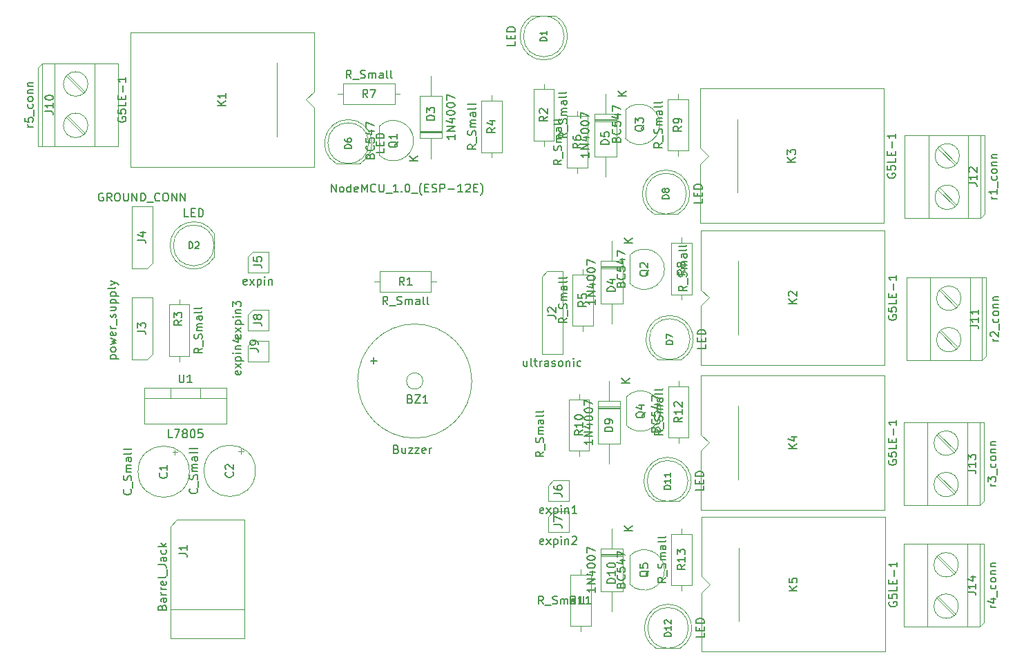
<source format=gbr>
%TF.GenerationSoftware,KiCad,Pcbnew,(5.1.12)-1*%
%TF.CreationDate,2022-04-15T12:04:31+05:30*%
%TF.ProjectId,smart_car,736d6172-745f-4636-9172-2e6b69636164,rev?*%
%TF.SameCoordinates,Original*%
%TF.FileFunction,AssemblyDrawing,Top*%
%FSLAX46Y46*%
G04 Gerber Fmt 4.6, Leading zero omitted, Abs format (unit mm)*
G04 Created by KiCad (PCBNEW (5.1.12)-1) date 2022-04-15 12:04:31*
%MOMM*%
%LPD*%
G01*
G04 APERTURE LIST*
%ADD10C,0.100000*%
%ADD11C,0.150000*%
%ADD12C,0.200000*%
G04 APERTURE END LIST*
D10*
%TO.C,J9*%
X65405000Y-121920000D02*
X67310000Y-121920000D01*
X67310000Y-121920000D02*
X67310000Y-124460000D01*
X67310000Y-124460000D02*
X64770000Y-124460000D01*
X64770000Y-124460000D02*
X64770000Y-122555000D01*
X64770000Y-122555000D02*
X65405000Y-121920000D01*
%TO.C,J8*%
X65405000Y-118110000D02*
X67310000Y-118110000D01*
X67310000Y-118110000D02*
X67310000Y-120650000D01*
X67310000Y-120650000D02*
X64770000Y-120650000D01*
X64770000Y-120650000D02*
X64770000Y-118745000D01*
X64770000Y-118745000D02*
X65405000Y-118110000D01*
%TO.C,J7*%
X102235000Y-142875000D02*
X104140000Y-142875000D01*
X104140000Y-142875000D02*
X104140000Y-145415000D01*
X104140000Y-145415000D02*
X101600000Y-145415000D01*
X101600000Y-145415000D02*
X101600000Y-143510000D01*
X101600000Y-143510000D02*
X102235000Y-142875000D01*
%TO.C,J6*%
X102235000Y-139065000D02*
X104140000Y-139065000D01*
X104140000Y-139065000D02*
X104140000Y-141605000D01*
X104140000Y-141605000D02*
X101600000Y-141605000D01*
X101600000Y-141605000D02*
X101600000Y-139700000D01*
X101600000Y-139700000D02*
X102235000Y-139065000D01*
%TO.C,J5*%
X65405000Y-110998000D02*
X67310000Y-110998000D01*
X67310000Y-110998000D02*
X67310000Y-113538000D01*
X67310000Y-113538000D02*
X64770000Y-113538000D01*
X64770000Y-113538000D02*
X64770000Y-111633000D01*
X64770000Y-111633000D02*
X65405000Y-110998000D01*
%TO.C,J14*%
X149293500Y-148460500D02*
X151386500Y-150552500D01*
X149476500Y-148277500D02*
X151569500Y-150369500D01*
X149293500Y-153540500D02*
X151386500Y-155633500D01*
X149476500Y-153357500D02*
X151569500Y-155450500D01*
X148131500Y-157035500D02*
X148131500Y-146875500D01*
X153031500Y-157035500D02*
X153031500Y-146875500D01*
X154531500Y-157035500D02*
X154531500Y-146875500D01*
X154531500Y-157035500D02*
X145231500Y-157035500D01*
X155031500Y-156535500D02*
X154531500Y-157035500D01*
X155031500Y-146875500D02*
X155031500Y-156535500D01*
X145231500Y-146875500D02*
X155031500Y-146875500D01*
X145231500Y-157035500D02*
X145231500Y-146875500D01*
X151931500Y-149415500D02*
G75*
G03*
X151931500Y-149415500I-1500000J0D01*
G01*
X151931500Y-154495500D02*
G75*
G03*
X151931500Y-154495500I-1500000J0D01*
G01*
%TO.C,J13*%
X149293500Y-133538000D02*
X151386500Y-135630000D01*
X149476500Y-133355000D02*
X151569500Y-135447000D01*
X149293500Y-138618000D02*
X151386500Y-140711000D01*
X149476500Y-138435000D02*
X151569500Y-140528000D01*
X148131500Y-142113000D02*
X148131500Y-131953000D01*
X153031500Y-142113000D02*
X153031500Y-131953000D01*
X154531500Y-142113000D02*
X154531500Y-131953000D01*
X154531500Y-142113000D02*
X145231500Y-142113000D01*
X155031500Y-141613000D02*
X154531500Y-142113000D01*
X155031500Y-131953000D02*
X155031500Y-141613000D01*
X145231500Y-131953000D02*
X155031500Y-131953000D01*
X145231500Y-142113000D02*
X145231500Y-131953000D01*
X151931500Y-134493000D02*
G75*
G03*
X151931500Y-134493000I-1500000J0D01*
G01*
X151931500Y-139573000D02*
G75*
G03*
X151931500Y-139573000I-1500000J0D01*
G01*
%TO.C,J12*%
X149420500Y-98295500D02*
X151513500Y-100387500D01*
X149603500Y-98112500D02*
X151696500Y-100204500D01*
X149420500Y-103375500D02*
X151513500Y-105468500D01*
X149603500Y-103192500D02*
X151696500Y-105285500D01*
X148258500Y-106870500D02*
X148258500Y-96710500D01*
X153158500Y-106870500D02*
X153158500Y-96710500D01*
X154658500Y-106870500D02*
X154658500Y-96710500D01*
X154658500Y-106870500D02*
X145358500Y-106870500D01*
X155158500Y-106370500D02*
X154658500Y-106870500D01*
X155158500Y-96710500D02*
X155158500Y-106370500D01*
X145358500Y-96710500D02*
X155158500Y-96710500D01*
X145358500Y-106870500D02*
X145358500Y-96710500D01*
X152058500Y-99250500D02*
G75*
G03*
X152058500Y-99250500I-1500000J0D01*
G01*
X152058500Y-104330500D02*
G75*
G03*
X152058500Y-104330500I-1500000J0D01*
G01*
%TO.C,J11*%
X149611000Y-115758000D02*
X151704000Y-117850000D01*
X149794000Y-115575000D02*
X151887000Y-117667000D01*
X149611000Y-120838000D02*
X151704000Y-122931000D01*
X149794000Y-120655000D02*
X151887000Y-122748000D01*
X148449000Y-124333000D02*
X148449000Y-114173000D01*
X153349000Y-124333000D02*
X153349000Y-114173000D01*
X154849000Y-124333000D02*
X154849000Y-114173000D01*
X154849000Y-124333000D02*
X145549000Y-124333000D01*
X155349000Y-123833000D02*
X154849000Y-124333000D01*
X155349000Y-114173000D02*
X155349000Y-123833000D01*
X145549000Y-114173000D02*
X155349000Y-114173000D01*
X145549000Y-124333000D02*
X145549000Y-114173000D01*
X152249000Y-116713000D02*
G75*
G03*
X152249000Y-116713000I-1500000J0D01*
G01*
X152249000Y-121793000D02*
G75*
G03*
X152249000Y-121793000I-1500000J0D01*
G01*
%TO.C,J10*%
X44826000Y-96459000D02*
X42733000Y-94367000D01*
X44643000Y-96642000D02*
X42550000Y-94550000D01*
X44826000Y-91379000D02*
X42733000Y-89286000D01*
X44643000Y-91562000D02*
X42550000Y-89469000D01*
X45988000Y-87884000D02*
X45988000Y-98044000D01*
X41088000Y-87884000D02*
X41088000Y-98044000D01*
X39588000Y-87884000D02*
X39588000Y-98044000D01*
X39588000Y-87884000D02*
X48888000Y-87884000D01*
X39088000Y-88384000D02*
X39588000Y-87884000D01*
X39088000Y-98044000D02*
X39088000Y-88384000D01*
X48888000Y-98044000D02*
X39088000Y-98044000D01*
X48888000Y-87884000D02*
X48888000Y-98044000D01*
X45188000Y-95504000D02*
G75*
G03*
X45188000Y-95504000I-1500000J0D01*
G01*
X45188000Y-90424000D02*
G75*
G03*
X45188000Y-90424000I-1500000J0D01*
G01*
%TO.C,C2*%
X65735600Y-137889300D02*
G75*
G03*
X65735600Y-137889300I-3150000J0D01*
G01*
X63959100Y-135195328D02*
X63959100Y-135825328D01*
X64274100Y-135510328D02*
X63644100Y-135510328D01*
%TO.C,R7*%
X75844400Y-91643200D02*
X76504400Y-91643200D01*
X83464400Y-91643200D02*
X82804400Y-91643200D01*
X76504400Y-92893200D02*
X82804400Y-92893200D01*
X76504400Y-90393200D02*
X76504400Y-92893200D01*
X82804400Y-90393200D02*
X76504400Y-90393200D01*
X82804400Y-92893200D02*
X82804400Y-90393200D01*
%TO.C,R4*%
X94691200Y-99466400D02*
X94691200Y-98806400D01*
X94691200Y-91846400D02*
X94691200Y-92506400D01*
X95941200Y-98806400D02*
X95941200Y-92506400D01*
X93441200Y-98806400D02*
X95941200Y-98806400D01*
X93441200Y-92506400D02*
X93441200Y-98806400D01*
X95941200Y-92506400D02*
X93441200Y-92506400D01*
%TO.C,R2*%
X101092000Y-90424000D02*
X101092000Y-91084000D01*
X101092000Y-98044000D02*
X101092000Y-97384000D01*
X99842000Y-91084000D02*
X99842000Y-97384000D01*
X102342000Y-91084000D02*
X99842000Y-91084000D01*
X102342000Y-97384000D02*
X102342000Y-91084000D01*
X99842000Y-97384000D02*
X102342000Y-97384000D01*
%TO.C,R1*%
X87947500Y-114681000D02*
X87287500Y-114681000D01*
X80327500Y-114681000D02*
X80987500Y-114681000D01*
X87287500Y-113431000D02*
X80987500Y-113431000D01*
X87287500Y-115931000D02*
X87287500Y-113431000D01*
X80987500Y-115931000D02*
X87287500Y-115931000D01*
X80987500Y-113431000D02*
X80987500Y-115931000D01*
%TO.C,Q1*%
X80901600Y-95643600D02*
X80901600Y-99143600D01*
X80897975Y-95629975D02*
G75*
G02*
X85131600Y-97383600I1753625J-1753625D01*
G01*
X80897975Y-99137225D02*
G75*
G03*
X85131600Y-97383600I1753625J1753625D01*
G01*
%TO.C,K1*%
X68358000Y-87854400D02*
X68358000Y-96854400D01*
X72908000Y-91354400D02*
X71908000Y-92354400D01*
X72908000Y-84104400D02*
X72908000Y-91354400D01*
X50408000Y-84104400D02*
X72908000Y-84104400D01*
X50408000Y-100604400D02*
X50408000Y-84104400D01*
X72908000Y-100604400D02*
X50408000Y-100604400D01*
X72908000Y-93354400D02*
X72908000Y-100604400D01*
X71908000Y-92354400D02*
X72908000Y-93354400D01*
%TO.C,J2*%
X100838000Y-114046000D02*
X101473000Y-113411000D01*
X100838000Y-123571000D02*
X100838000Y-114046000D01*
X103378000Y-123571000D02*
X100838000Y-123571000D01*
X103378000Y-113411000D02*
X103378000Y-123571000D01*
X101473000Y-113411000D02*
X103378000Y-113411000D01*
%TO.C,D6*%
X75644706Y-100188400D02*
X78584094Y-100188400D01*
X79614400Y-97688400D02*
G75*
G03*
X79614400Y-97688400I-2500000J0D01*
G01*
X78584066Y-100188416D02*
G75*
G03*
X75644706Y-100188400I-1469666J2500016D01*
G01*
%TO.C,D3*%
X85899000Y-96408000D02*
X88599000Y-96408000D01*
X85899000Y-96208000D02*
X88599000Y-96208000D01*
X85899000Y-96308000D02*
X88599000Y-96308000D01*
X87249000Y-89408000D02*
X87249000Y-91888000D01*
X87249000Y-99568000D02*
X87249000Y-97088000D01*
X85899000Y-91888000D02*
X85899000Y-97088000D01*
X88599000Y-91888000D02*
X85899000Y-91888000D01*
X88599000Y-97088000D02*
X88599000Y-91888000D01*
X85899000Y-97088000D02*
X88599000Y-97088000D01*
%TO.C,D1*%
X102561694Y-82082000D02*
X99622306Y-82082000D01*
X103592000Y-84582000D02*
G75*
G03*
X103592000Y-84582000I-2500000J0D01*
G01*
X99622334Y-82081984D02*
G75*
G03*
X102561694Y-82082000I1469666J-2500016D01*
G01*
%TO.C,BZ1*%
X92264000Y-126873000D02*
G75*
G03*
X92264000Y-126873000I-7000000J0D01*
G01*
X86264000Y-126873000D02*
G75*
G03*
X86264000Y-126873000I-1000000J0D01*
G01*
%TO.C,Q2*%
X111661000Y-111417000D02*
X111661000Y-114917000D01*
X111657375Y-111403375D02*
G75*
G02*
X115891000Y-113157000I1753625J-1753625D01*
G01*
X111657375Y-114910625D02*
G75*
G03*
X115891000Y-113157000I1753625J1753625D01*
G01*
%TO.C,Q3*%
X111089500Y-93637000D02*
X111089500Y-97137000D01*
X111085875Y-93623375D02*
G75*
G02*
X115319500Y-95377000I1753625J-1753625D01*
G01*
X111085875Y-97130625D02*
G75*
G03*
X115319500Y-95377000I1753625J1753625D01*
G01*
%TO.C,Q4*%
X111216500Y-128816000D02*
X111216500Y-132316000D01*
X111212875Y-128802375D02*
G75*
G02*
X115446500Y-130556000I1753625J-1753625D01*
G01*
X111212875Y-132309625D02*
G75*
G03*
X115446500Y-130556000I1753625J1753625D01*
G01*
%TO.C,Q5*%
X111661000Y-148310500D02*
X111661000Y-151810500D01*
X111657375Y-148296875D02*
G75*
G02*
X115891000Y-150050500I1753625J-1753625D01*
G01*
X111657375Y-151804125D02*
G75*
G03*
X115891000Y-150050500I1753625J1753625D01*
G01*
%TO.C,U1*%
X52150000Y-127723500D02*
X52150000Y-132123500D01*
X52150000Y-132123500D02*
X62150000Y-132123500D01*
X62150000Y-132123500D02*
X62150000Y-127723500D01*
X62150000Y-127723500D02*
X52150000Y-127723500D01*
X52150000Y-128993500D02*
X62150000Y-128993500D01*
X55300000Y-127723500D02*
X55300000Y-128993500D01*
X59000000Y-127723500D02*
X59000000Y-128993500D01*
%TO.C,R8*%
X119233000Y-109943500D02*
X116733000Y-109943500D01*
X116733000Y-109943500D02*
X116733000Y-116243500D01*
X116733000Y-116243500D02*
X119233000Y-116243500D01*
X119233000Y-116243500D02*
X119233000Y-109943500D01*
X117983000Y-109283500D02*
X117983000Y-109943500D01*
X117983000Y-116903500D02*
X117983000Y-116243500D01*
%TO.C,R9*%
X118788500Y-92290500D02*
X116288500Y-92290500D01*
X116288500Y-92290500D02*
X116288500Y-98590500D01*
X116288500Y-98590500D02*
X118788500Y-98590500D01*
X118788500Y-98590500D02*
X118788500Y-92290500D01*
X117538500Y-91630500D02*
X117538500Y-92290500D01*
X117538500Y-99250500D02*
X117538500Y-98590500D01*
%TO.C,R12*%
X118852000Y-127533000D02*
X116352000Y-127533000D01*
X116352000Y-127533000D02*
X116352000Y-133833000D01*
X116352000Y-133833000D02*
X118852000Y-133833000D01*
X118852000Y-133833000D02*
X118852000Y-127533000D01*
X117602000Y-126873000D02*
X117602000Y-127533000D01*
X117602000Y-134493000D02*
X117602000Y-133833000D01*
%TO.C,R5*%
X107117200Y-113791600D02*
X104617200Y-113791600D01*
X104617200Y-113791600D02*
X104617200Y-120091600D01*
X104617200Y-120091600D02*
X107117200Y-120091600D01*
X107117200Y-120091600D02*
X107117200Y-113791600D01*
X105867200Y-113131600D02*
X105867200Y-113791600D01*
X105867200Y-120751600D02*
X105867200Y-120091600D01*
%TO.C,R6*%
X106456800Y-94386000D02*
X103956800Y-94386000D01*
X103956800Y-94386000D02*
X103956800Y-100686000D01*
X103956800Y-100686000D02*
X106456800Y-100686000D01*
X106456800Y-100686000D02*
X106456800Y-94386000D01*
X105206800Y-93726000D02*
X105206800Y-94386000D01*
X105206800Y-101346000D02*
X105206800Y-100686000D01*
%TO.C,R10*%
X104160000Y-135420500D02*
X106660000Y-135420500D01*
X106660000Y-135420500D02*
X106660000Y-129120500D01*
X106660000Y-129120500D02*
X104160000Y-129120500D01*
X104160000Y-129120500D02*
X104160000Y-135420500D01*
X105410000Y-136080500D02*
X105410000Y-135420500D01*
X105410000Y-128460500D02*
X105410000Y-129120500D01*
%TO.C,R13*%
X119233000Y-145630500D02*
X116733000Y-145630500D01*
X116733000Y-145630500D02*
X116733000Y-151930500D01*
X116733000Y-151930500D02*
X119233000Y-151930500D01*
X119233000Y-151930500D02*
X119233000Y-145630500D01*
X117983000Y-144970500D02*
X117983000Y-145630500D01*
X117983000Y-152590500D02*
X117983000Y-151930500D01*
%TO.C,R11*%
X106850500Y-150647000D02*
X104350500Y-150647000D01*
X104350500Y-150647000D02*
X104350500Y-156947000D01*
X104350500Y-156947000D02*
X106850500Y-156947000D01*
X106850500Y-156947000D02*
X106850500Y-150647000D01*
X105600500Y-149987000D02*
X105600500Y-150647000D01*
X105600500Y-157607000D02*
X105600500Y-156947000D01*
%TO.C,R3*%
X55138000Y-123800000D02*
X57638000Y-123800000D01*
X57638000Y-123800000D02*
X57638000Y-117500000D01*
X57638000Y-117500000D02*
X55138000Y-117500000D01*
X55138000Y-117500000D02*
X55138000Y-123800000D01*
X56388000Y-124460000D02*
X56388000Y-123800000D01*
X56388000Y-116840000D02*
X56388000Y-117500000D01*
%TO.C,J4*%
X52451000Y-113030000D02*
X50546000Y-113030000D01*
X50546000Y-113030000D02*
X50546000Y-105410000D01*
X50546000Y-105410000D02*
X53086000Y-105410000D01*
X53086000Y-105410000D02*
X53086000Y-112395000D01*
X53086000Y-112395000D02*
X52451000Y-113030000D01*
%TO.C,J3*%
X52451000Y-124206000D02*
X50546000Y-124206000D01*
X50546000Y-124206000D02*
X50546000Y-116586000D01*
X50546000Y-116586000D02*
X53086000Y-116586000D01*
X53086000Y-116586000D02*
X53086000Y-123571000D01*
X53086000Y-123571000D02*
X52451000Y-124206000D01*
%TO.C,J1*%
X55362375Y-144719713D02*
X56117800Y-143916500D01*
X55367800Y-154916500D02*
X64367800Y-154916500D01*
X55367800Y-158416500D02*
X64367800Y-158416500D01*
X64367800Y-158416500D02*
X64367800Y-143916500D01*
X64367800Y-143916500D02*
X56117800Y-143916500D01*
X55367800Y-144716500D02*
X55367800Y-158416500D01*
%TO.C,D7*%
X119022500Y-121729500D02*
G75*
G03*
X119022500Y-121729500I-2500000J0D01*
G01*
X115052806Y-124229500D02*
X117992194Y-124229500D01*
X117992166Y-124229516D02*
G75*
G03*
X115052806Y-124229500I-1469666J2500016D01*
G01*
%TO.C,D8*%
X118578000Y-103886000D02*
G75*
G03*
X118578000Y-103886000I-2500000J0D01*
G01*
X114608306Y-106386000D02*
X117547694Y-106386000D01*
X117547666Y-106386016D02*
G75*
G03*
X114608306Y-106386000I-1469666J2500016D01*
G01*
%TO.C,D11*%
X118768500Y-139128500D02*
G75*
G03*
X118768500Y-139128500I-2500000J0D01*
G01*
X114798806Y-141628500D02*
X117738194Y-141628500D01*
X117738166Y-141628516D02*
G75*
G03*
X114798806Y-141628500I-1469666J2500016D01*
G01*
%TO.C,D12*%
X118832000Y-157162500D02*
G75*
G03*
X118832000Y-157162500I-2500000J0D01*
G01*
X114862306Y-159662500D02*
X117801694Y-159662500D01*
X117801666Y-159662516D02*
G75*
G03*
X114862306Y-159662500I-1469666J2500016D01*
G01*
%TO.C,D2*%
X60666000Y-110236000D02*
G75*
G03*
X60666000Y-110236000I-2500000J0D01*
G01*
X60666000Y-111705694D02*
X60666000Y-108766306D01*
X60666016Y-108766334D02*
G75*
G03*
X60666000Y-111705694I-2500016J-1469666D01*
G01*
%TO.C,C1*%
X57633000Y-137990900D02*
G75*
G03*
X57633000Y-137990900I-3150000J0D01*
G01*
X55856500Y-135296928D02*
X55856500Y-135926928D01*
X56171500Y-135611928D02*
X55541500Y-135611928D01*
%TO.C,K2*%
X121386000Y-116649500D02*
X120386000Y-115649500D01*
X120386000Y-115649500D02*
X120386000Y-108399500D01*
X120386000Y-108399500D02*
X142886000Y-108399500D01*
X142886000Y-108399500D02*
X142886000Y-124899500D01*
X142886000Y-124899500D02*
X120386000Y-124899500D01*
X120386000Y-124899500D02*
X120386000Y-117649500D01*
X120386000Y-117649500D02*
X121386000Y-116649500D01*
X124936000Y-121149500D02*
X124936000Y-112149500D01*
%TO.C,K3*%
X121259000Y-99250500D02*
X120259000Y-98250500D01*
X120259000Y-98250500D02*
X120259000Y-91000500D01*
X120259000Y-91000500D02*
X142759000Y-91000500D01*
X142759000Y-91000500D02*
X142759000Y-107500500D01*
X142759000Y-107500500D02*
X120259000Y-107500500D01*
X120259000Y-107500500D02*
X120259000Y-100250500D01*
X120259000Y-100250500D02*
X121259000Y-99250500D01*
X124809000Y-103750500D02*
X124809000Y-94750500D01*
%TO.C,K4*%
X121386000Y-134429500D02*
X120386000Y-133429500D01*
X120386000Y-133429500D02*
X120386000Y-126179500D01*
X120386000Y-126179500D02*
X142886000Y-126179500D01*
X142886000Y-126179500D02*
X142886000Y-142679500D01*
X142886000Y-142679500D02*
X120386000Y-142679500D01*
X120386000Y-142679500D02*
X120386000Y-135429500D01*
X120386000Y-135429500D02*
X121386000Y-134429500D01*
X124936000Y-138929500D02*
X124936000Y-129929500D01*
%TO.C,K5*%
X121449500Y-151828500D02*
X120449500Y-150828500D01*
X120449500Y-150828500D02*
X120449500Y-143578500D01*
X120449500Y-143578500D02*
X142949500Y-143578500D01*
X142949500Y-143578500D02*
X142949500Y-160078500D01*
X142949500Y-160078500D02*
X120449500Y-160078500D01*
X120449500Y-160078500D02*
X120449500Y-152828500D01*
X120449500Y-152828500D02*
X121449500Y-151828500D01*
X124999500Y-156328500D02*
X124999500Y-147328500D01*
%TO.C,D4*%
X110760500Y-112144500D02*
X108060500Y-112144500D01*
X108060500Y-112144500D02*
X108060500Y-117344500D01*
X108060500Y-117344500D02*
X110760500Y-117344500D01*
X110760500Y-117344500D02*
X110760500Y-112144500D01*
X109410500Y-109664500D02*
X109410500Y-112144500D01*
X109410500Y-119824500D02*
X109410500Y-117344500D01*
X110760500Y-112924500D02*
X108060500Y-112924500D01*
X110760500Y-113024500D02*
X108060500Y-113024500D01*
X110760500Y-112824500D02*
X108060500Y-112824500D01*
%TO.C,D5*%
X109998500Y-94110500D02*
X107298500Y-94110500D01*
X107298500Y-94110500D02*
X107298500Y-99310500D01*
X107298500Y-99310500D02*
X109998500Y-99310500D01*
X109998500Y-99310500D02*
X109998500Y-94110500D01*
X108648500Y-91630500D02*
X108648500Y-94110500D01*
X108648500Y-101790500D02*
X108648500Y-99310500D01*
X109998500Y-94890500D02*
X107298500Y-94890500D01*
X109998500Y-94990500D02*
X107298500Y-94990500D01*
X109998500Y-94790500D02*
X107298500Y-94790500D01*
%TO.C,D9*%
X110443000Y-129353000D02*
X107743000Y-129353000D01*
X107743000Y-129353000D02*
X107743000Y-134553000D01*
X107743000Y-134553000D02*
X110443000Y-134553000D01*
X110443000Y-134553000D02*
X110443000Y-129353000D01*
X109093000Y-126873000D02*
X109093000Y-129353000D01*
X109093000Y-137033000D02*
X109093000Y-134553000D01*
X110443000Y-130133000D02*
X107743000Y-130133000D01*
X110443000Y-130233000D02*
X107743000Y-130233000D01*
X110443000Y-130033000D02*
X107743000Y-130033000D01*
%TO.C,D10*%
X110760500Y-147450500D02*
X108060500Y-147450500D01*
X108060500Y-147450500D02*
X108060500Y-152650500D01*
X108060500Y-152650500D02*
X110760500Y-152650500D01*
X110760500Y-152650500D02*
X110760500Y-147450500D01*
X109410500Y-144970500D02*
X109410500Y-147450500D01*
X109410500Y-155130500D02*
X109410500Y-152650500D01*
X110760500Y-148230500D02*
X108060500Y-148230500D01*
X110760500Y-148330500D02*
X108060500Y-148330500D01*
X110760500Y-148130500D02*
X108060500Y-148130500D01*
%TD*%
%TO.C,J9*%
D11*
X63904761Y-125658333D02*
X63952380Y-125753571D01*
X63952380Y-125944047D01*
X63904761Y-126039285D01*
X63809523Y-126086904D01*
X63428571Y-126086904D01*
X63333333Y-126039285D01*
X63285714Y-125944047D01*
X63285714Y-125753571D01*
X63333333Y-125658333D01*
X63428571Y-125610714D01*
X63523809Y-125610714D01*
X63619047Y-126086904D01*
X63952380Y-125277380D02*
X63285714Y-124753571D01*
X63285714Y-125277380D02*
X63952380Y-124753571D01*
X63285714Y-124372619D02*
X64285714Y-124372619D01*
X63333333Y-124372619D02*
X63285714Y-124277380D01*
X63285714Y-124086904D01*
X63333333Y-123991666D01*
X63380952Y-123944047D01*
X63476190Y-123896428D01*
X63761904Y-123896428D01*
X63857142Y-123944047D01*
X63904761Y-123991666D01*
X63952380Y-124086904D01*
X63952380Y-124277380D01*
X63904761Y-124372619D01*
X63952380Y-123467857D02*
X63285714Y-123467857D01*
X62952380Y-123467857D02*
X63000000Y-123515476D01*
X63047619Y-123467857D01*
X63000000Y-123420238D01*
X62952380Y-123467857D01*
X63047619Y-123467857D01*
X63285714Y-122991666D02*
X63952380Y-122991666D01*
X63380952Y-122991666D02*
X63333333Y-122944047D01*
X63285714Y-122848809D01*
X63285714Y-122705952D01*
X63333333Y-122610714D01*
X63428571Y-122563095D01*
X63952380Y-122563095D01*
X63285714Y-121658333D02*
X63952380Y-121658333D01*
X62904761Y-121896428D02*
X63619047Y-122134523D01*
X63619047Y-121515476D01*
X65082380Y-122888333D02*
X65796666Y-122888333D01*
X65939523Y-122935952D01*
X66034761Y-123031190D01*
X66082380Y-123174047D01*
X66082380Y-123269285D01*
X66082380Y-122364523D02*
X66082380Y-122174047D01*
X66034761Y-122078809D01*
X65987142Y-122031190D01*
X65844285Y-121935952D01*
X65653809Y-121888333D01*
X65272857Y-121888333D01*
X65177619Y-121935952D01*
X65130000Y-121983571D01*
X65082380Y-122078809D01*
X65082380Y-122269285D01*
X65130000Y-122364523D01*
X65177619Y-122412142D01*
X65272857Y-122459761D01*
X65510952Y-122459761D01*
X65606190Y-122412142D01*
X65653809Y-122364523D01*
X65701428Y-122269285D01*
X65701428Y-122078809D01*
X65653809Y-121983571D01*
X65606190Y-121935952D01*
X65510952Y-121888333D01*
%TO.C,J8*%
X63904761Y-121213333D02*
X63952380Y-121308571D01*
X63952380Y-121499047D01*
X63904761Y-121594285D01*
X63809523Y-121641904D01*
X63428571Y-121641904D01*
X63333333Y-121594285D01*
X63285714Y-121499047D01*
X63285714Y-121308571D01*
X63333333Y-121213333D01*
X63428571Y-121165714D01*
X63523809Y-121165714D01*
X63619047Y-121641904D01*
X63952380Y-120832380D02*
X63285714Y-120308571D01*
X63285714Y-120832380D02*
X63952380Y-120308571D01*
X63285714Y-119927619D02*
X64285714Y-119927619D01*
X63333333Y-119927619D02*
X63285714Y-119832380D01*
X63285714Y-119641904D01*
X63333333Y-119546666D01*
X63380952Y-119499047D01*
X63476190Y-119451428D01*
X63761904Y-119451428D01*
X63857142Y-119499047D01*
X63904761Y-119546666D01*
X63952380Y-119641904D01*
X63952380Y-119832380D01*
X63904761Y-119927619D01*
X63952380Y-119022857D02*
X63285714Y-119022857D01*
X62952380Y-119022857D02*
X63000000Y-119070476D01*
X63047619Y-119022857D01*
X63000000Y-118975238D01*
X62952380Y-119022857D01*
X63047619Y-119022857D01*
X63285714Y-118546666D02*
X63952380Y-118546666D01*
X63380952Y-118546666D02*
X63333333Y-118499047D01*
X63285714Y-118403809D01*
X63285714Y-118260952D01*
X63333333Y-118165714D01*
X63428571Y-118118095D01*
X63952380Y-118118095D01*
X62952380Y-117737142D02*
X62952380Y-117118095D01*
X63333333Y-117451428D01*
X63333333Y-117308571D01*
X63380952Y-117213333D01*
X63428571Y-117165714D01*
X63523809Y-117118095D01*
X63761904Y-117118095D01*
X63857142Y-117165714D01*
X63904761Y-117213333D01*
X63952380Y-117308571D01*
X63952380Y-117594285D01*
X63904761Y-117689523D01*
X63857142Y-117737142D01*
X65492380Y-119713333D02*
X66206666Y-119713333D01*
X66349523Y-119760952D01*
X66444761Y-119856190D01*
X66492380Y-119999047D01*
X66492380Y-120094285D01*
X65920952Y-119094285D02*
X65873333Y-119189523D01*
X65825714Y-119237142D01*
X65730476Y-119284761D01*
X65682857Y-119284761D01*
X65587619Y-119237142D01*
X65540000Y-119189523D01*
X65492380Y-119094285D01*
X65492380Y-118903809D01*
X65540000Y-118808571D01*
X65587619Y-118760952D01*
X65682857Y-118713333D01*
X65730476Y-118713333D01*
X65825714Y-118760952D01*
X65873333Y-118808571D01*
X65920952Y-118903809D01*
X65920952Y-119094285D01*
X65968571Y-119189523D01*
X66016190Y-119237142D01*
X66111428Y-119284761D01*
X66301904Y-119284761D01*
X66397142Y-119237142D01*
X66444761Y-119189523D01*
X66492380Y-119094285D01*
X66492380Y-118903809D01*
X66444761Y-118808571D01*
X66397142Y-118760952D01*
X66301904Y-118713333D01*
X66111428Y-118713333D01*
X66016190Y-118760952D01*
X65968571Y-118808571D01*
X65920952Y-118903809D01*
%TO.C,J7*%
X101036666Y-146879761D02*
X100941428Y-146927380D01*
X100750952Y-146927380D01*
X100655714Y-146879761D01*
X100608095Y-146784523D01*
X100608095Y-146403571D01*
X100655714Y-146308333D01*
X100750952Y-146260714D01*
X100941428Y-146260714D01*
X101036666Y-146308333D01*
X101084285Y-146403571D01*
X101084285Y-146498809D01*
X100608095Y-146594047D01*
X101417619Y-146927380D02*
X101941428Y-146260714D01*
X101417619Y-146260714D02*
X101941428Y-146927380D01*
X102322380Y-146260714D02*
X102322380Y-147260714D01*
X102322380Y-146308333D02*
X102417619Y-146260714D01*
X102608095Y-146260714D01*
X102703333Y-146308333D01*
X102750952Y-146355952D01*
X102798571Y-146451190D01*
X102798571Y-146736904D01*
X102750952Y-146832142D01*
X102703333Y-146879761D01*
X102608095Y-146927380D01*
X102417619Y-146927380D01*
X102322380Y-146879761D01*
X103227142Y-146927380D02*
X103227142Y-146260714D01*
X103227142Y-145927380D02*
X103179523Y-145975000D01*
X103227142Y-146022619D01*
X103274761Y-145975000D01*
X103227142Y-145927380D01*
X103227142Y-146022619D01*
X103703333Y-146260714D02*
X103703333Y-146927380D01*
X103703333Y-146355952D02*
X103750952Y-146308333D01*
X103846190Y-146260714D01*
X103989047Y-146260714D01*
X104084285Y-146308333D01*
X104131904Y-146403571D01*
X104131904Y-146927380D01*
X104560476Y-146022619D02*
X104608095Y-145975000D01*
X104703333Y-145927380D01*
X104941428Y-145927380D01*
X105036666Y-145975000D01*
X105084285Y-146022619D01*
X105131904Y-146117857D01*
X105131904Y-146213095D01*
X105084285Y-146355952D01*
X104512857Y-146927380D01*
X105131904Y-146927380D01*
X102322380Y-144478333D02*
X103036666Y-144478333D01*
X103179523Y-144525952D01*
X103274761Y-144621190D01*
X103322380Y-144764047D01*
X103322380Y-144859285D01*
X102322380Y-144097380D02*
X102322380Y-143430714D01*
X103322380Y-143859285D01*
%TO.C,J6*%
X101036666Y-143069761D02*
X100941428Y-143117380D01*
X100750952Y-143117380D01*
X100655714Y-143069761D01*
X100608095Y-142974523D01*
X100608095Y-142593571D01*
X100655714Y-142498333D01*
X100750952Y-142450714D01*
X100941428Y-142450714D01*
X101036666Y-142498333D01*
X101084285Y-142593571D01*
X101084285Y-142688809D01*
X100608095Y-142784047D01*
X101417619Y-143117380D02*
X101941428Y-142450714D01*
X101417619Y-142450714D02*
X101941428Y-143117380D01*
X102322380Y-142450714D02*
X102322380Y-143450714D01*
X102322380Y-142498333D02*
X102417619Y-142450714D01*
X102608095Y-142450714D01*
X102703333Y-142498333D01*
X102750952Y-142545952D01*
X102798571Y-142641190D01*
X102798571Y-142926904D01*
X102750952Y-143022142D01*
X102703333Y-143069761D01*
X102608095Y-143117380D01*
X102417619Y-143117380D01*
X102322380Y-143069761D01*
X103227142Y-143117380D02*
X103227142Y-142450714D01*
X103227142Y-142117380D02*
X103179523Y-142165000D01*
X103227142Y-142212619D01*
X103274761Y-142165000D01*
X103227142Y-142117380D01*
X103227142Y-142212619D01*
X103703333Y-142450714D02*
X103703333Y-143117380D01*
X103703333Y-142545952D02*
X103750952Y-142498333D01*
X103846190Y-142450714D01*
X103989047Y-142450714D01*
X104084285Y-142498333D01*
X104131904Y-142593571D01*
X104131904Y-143117380D01*
X105131904Y-143117380D02*
X104560476Y-143117380D01*
X104846190Y-143117380D02*
X104846190Y-142117380D01*
X104750952Y-142260238D01*
X104655714Y-142355476D01*
X104560476Y-142403095D01*
X102322380Y-140668333D02*
X103036666Y-140668333D01*
X103179523Y-140715952D01*
X103274761Y-140811190D01*
X103322380Y-140954047D01*
X103322380Y-141049285D01*
X102322380Y-139763571D02*
X102322380Y-139954047D01*
X102370000Y-140049285D01*
X102417619Y-140096904D01*
X102560476Y-140192142D01*
X102750952Y-140239761D01*
X103131904Y-140239761D01*
X103227142Y-140192142D01*
X103274761Y-140144523D01*
X103322380Y-140049285D01*
X103322380Y-139858809D01*
X103274761Y-139763571D01*
X103227142Y-139715952D01*
X103131904Y-139668333D01*
X102893809Y-139668333D01*
X102798571Y-139715952D01*
X102750952Y-139763571D01*
X102703333Y-139858809D01*
X102703333Y-140049285D01*
X102750952Y-140144523D01*
X102798571Y-140192142D01*
X102893809Y-140239761D01*
%TO.C,J5*%
X64682857Y-115002761D02*
X64587619Y-115050380D01*
X64397142Y-115050380D01*
X64301904Y-115002761D01*
X64254285Y-114907523D01*
X64254285Y-114526571D01*
X64301904Y-114431333D01*
X64397142Y-114383714D01*
X64587619Y-114383714D01*
X64682857Y-114431333D01*
X64730476Y-114526571D01*
X64730476Y-114621809D01*
X64254285Y-114717047D01*
X65063809Y-115050380D02*
X65587619Y-114383714D01*
X65063809Y-114383714D02*
X65587619Y-115050380D01*
X65968571Y-114383714D02*
X65968571Y-115383714D01*
X65968571Y-114431333D02*
X66063809Y-114383714D01*
X66254285Y-114383714D01*
X66349523Y-114431333D01*
X66397142Y-114478952D01*
X66444761Y-114574190D01*
X66444761Y-114859904D01*
X66397142Y-114955142D01*
X66349523Y-115002761D01*
X66254285Y-115050380D01*
X66063809Y-115050380D01*
X65968571Y-115002761D01*
X66873333Y-115050380D02*
X66873333Y-114383714D01*
X66873333Y-114050380D02*
X66825714Y-114098000D01*
X66873333Y-114145619D01*
X66920952Y-114098000D01*
X66873333Y-114050380D01*
X66873333Y-114145619D01*
X67349523Y-114383714D02*
X67349523Y-115050380D01*
X67349523Y-114478952D02*
X67397142Y-114431333D01*
X67492380Y-114383714D01*
X67635238Y-114383714D01*
X67730476Y-114431333D01*
X67778095Y-114526571D01*
X67778095Y-115050380D01*
X65492380Y-112601333D02*
X66206666Y-112601333D01*
X66349523Y-112648952D01*
X66444761Y-112744190D01*
X66492380Y-112887047D01*
X66492380Y-112982285D01*
X65492380Y-111648952D02*
X65492380Y-112125142D01*
X65968571Y-112172761D01*
X65920952Y-112125142D01*
X65873333Y-112029904D01*
X65873333Y-111791809D01*
X65920952Y-111696571D01*
X65968571Y-111648952D01*
X66063809Y-111601333D01*
X66301904Y-111601333D01*
X66397142Y-111648952D01*
X66444761Y-111696571D01*
X66492380Y-111791809D01*
X66492380Y-112029904D01*
X66444761Y-112125142D01*
X66397142Y-112172761D01*
%TO.C,J14*%
X156543880Y-154669785D02*
X155877214Y-154669785D01*
X156067690Y-154669785D02*
X155972452Y-154622166D01*
X155924833Y-154574547D01*
X155877214Y-154479309D01*
X155877214Y-154384071D01*
X155877214Y-153622166D02*
X156543880Y-153622166D01*
X155496261Y-153860261D02*
X156210547Y-154098357D01*
X156210547Y-153479309D01*
X156639119Y-153336452D02*
X156639119Y-152574547D01*
X156496261Y-151907880D02*
X156543880Y-152003119D01*
X156543880Y-152193595D01*
X156496261Y-152288833D01*
X156448642Y-152336452D01*
X156353404Y-152384071D01*
X156067690Y-152384071D01*
X155972452Y-152336452D01*
X155924833Y-152288833D01*
X155877214Y-152193595D01*
X155877214Y-152003119D01*
X155924833Y-151907880D01*
X156543880Y-151336452D02*
X156496261Y-151431690D01*
X156448642Y-151479309D01*
X156353404Y-151526928D01*
X156067690Y-151526928D01*
X155972452Y-151479309D01*
X155924833Y-151431690D01*
X155877214Y-151336452D01*
X155877214Y-151193595D01*
X155924833Y-151098357D01*
X155972452Y-151050738D01*
X156067690Y-151003119D01*
X156353404Y-151003119D01*
X156448642Y-151050738D01*
X156496261Y-151098357D01*
X156543880Y-151193595D01*
X156543880Y-151336452D01*
X155877214Y-150574547D02*
X156543880Y-150574547D01*
X155972452Y-150574547D02*
X155924833Y-150526928D01*
X155877214Y-150431690D01*
X155877214Y-150288833D01*
X155924833Y-150193595D01*
X156020071Y-150145976D01*
X156543880Y-150145976D01*
X155877214Y-149669785D02*
X156543880Y-149669785D01*
X155972452Y-149669785D02*
X155924833Y-149622166D01*
X155877214Y-149526928D01*
X155877214Y-149384071D01*
X155924833Y-149288833D01*
X156020071Y-149241214D01*
X156543880Y-149241214D01*
X153083880Y-152765023D02*
X153798166Y-152765023D01*
X153941023Y-152812642D01*
X154036261Y-152907880D01*
X154083880Y-153050738D01*
X154083880Y-153145976D01*
X154083880Y-151765023D02*
X154083880Y-152336452D01*
X154083880Y-152050738D02*
X153083880Y-152050738D01*
X153226738Y-152145976D01*
X153321976Y-152241214D01*
X153369595Y-152336452D01*
X153417214Y-150907880D02*
X154083880Y-150907880D01*
X153036261Y-151145976D02*
X153750547Y-151384071D01*
X153750547Y-150765023D01*
%TO.C,J13*%
X156543880Y-139747285D02*
X155877214Y-139747285D01*
X156067690Y-139747285D02*
X155972452Y-139699666D01*
X155924833Y-139652047D01*
X155877214Y-139556809D01*
X155877214Y-139461571D01*
X155543880Y-139223476D02*
X155543880Y-138604428D01*
X155924833Y-138937761D01*
X155924833Y-138794904D01*
X155972452Y-138699666D01*
X156020071Y-138652047D01*
X156115309Y-138604428D01*
X156353404Y-138604428D01*
X156448642Y-138652047D01*
X156496261Y-138699666D01*
X156543880Y-138794904D01*
X156543880Y-139080619D01*
X156496261Y-139175857D01*
X156448642Y-139223476D01*
X156639119Y-138413952D02*
X156639119Y-137652047D01*
X156496261Y-136985380D02*
X156543880Y-137080619D01*
X156543880Y-137271095D01*
X156496261Y-137366333D01*
X156448642Y-137413952D01*
X156353404Y-137461571D01*
X156067690Y-137461571D01*
X155972452Y-137413952D01*
X155924833Y-137366333D01*
X155877214Y-137271095D01*
X155877214Y-137080619D01*
X155924833Y-136985380D01*
X156543880Y-136413952D02*
X156496261Y-136509190D01*
X156448642Y-136556809D01*
X156353404Y-136604428D01*
X156067690Y-136604428D01*
X155972452Y-136556809D01*
X155924833Y-136509190D01*
X155877214Y-136413952D01*
X155877214Y-136271095D01*
X155924833Y-136175857D01*
X155972452Y-136128238D01*
X156067690Y-136080619D01*
X156353404Y-136080619D01*
X156448642Y-136128238D01*
X156496261Y-136175857D01*
X156543880Y-136271095D01*
X156543880Y-136413952D01*
X155877214Y-135652047D02*
X156543880Y-135652047D01*
X155972452Y-135652047D02*
X155924833Y-135604428D01*
X155877214Y-135509190D01*
X155877214Y-135366333D01*
X155924833Y-135271095D01*
X156020071Y-135223476D01*
X156543880Y-135223476D01*
X155877214Y-134747285D02*
X156543880Y-134747285D01*
X155972452Y-134747285D02*
X155924833Y-134699666D01*
X155877214Y-134604428D01*
X155877214Y-134461571D01*
X155924833Y-134366333D01*
X156020071Y-134318714D01*
X156543880Y-134318714D01*
X153083880Y-137842523D02*
X153798166Y-137842523D01*
X153941023Y-137890142D01*
X154036261Y-137985380D01*
X154083880Y-138128238D01*
X154083880Y-138223476D01*
X154083880Y-136842523D02*
X154083880Y-137413952D01*
X154083880Y-137128238D02*
X153083880Y-137128238D01*
X153226738Y-137223476D01*
X153321976Y-137318714D01*
X153369595Y-137413952D01*
X153083880Y-136509190D02*
X153083880Y-135890142D01*
X153464833Y-136223476D01*
X153464833Y-136080619D01*
X153512452Y-135985380D01*
X153560071Y-135937761D01*
X153655309Y-135890142D01*
X153893404Y-135890142D01*
X153988642Y-135937761D01*
X154036261Y-135985380D01*
X154083880Y-136080619D01*
X154083880Y-136366333D01*
X154036261Y-136461571D01*
X153988642Y-136509190D01*
%TO.C,J12*%
X156670880Y-104504785D02*
X156004214Y-104504785D01*
X156194690Y-104504785D02*
X156099452Y-104457166D01*
X156051833Y-104409547D01*
X156004214Y-104314309D01*
X156004214Y-104219071D01*
X156670880Y-103361928D02*
X156670880Y-103933357D01*
X156670880Y-103647642D02*
X155670880Y-103647642D01*
X155813738Y-103742880D01*
X155908976Y-103838119D01*
X155956595Y-103933357D01*
X156766119Y-103171452D02*
X156766119Y-102409547D01*
X156623261Y-101742880D02*
X156670880Y-101838119D01*
X156670880Y-102028595D01*
X156623261Y-102123833D01*
X156575642Y-102171452D01*
X156480404Y-102219071D01*
X156194690Y-102219071D01*
X156099452Y-102171452D01*
X156051833Y-102123833D01*
X156004214Y-102028595D01*
X156004214Y-101838119D01*
X156051833Y-101742880D01*
X156670880Y-101171452D02*
X156623261Y-101266690D01*
X156575642Y-101314309D01*
X156480404Y-101361928D01*
X156194690Y-101361928D01*
X156099452Y-101314309D01*
X156051833Y-101266690D01*
X156004214Y-101171452D01*
X156004214Y-101028595D01*
X156051833Y-100933357D01*
X156099452Y-100885738D01*
X156194690Y-100838119D01*
X156480404Y-100838119D01*
X156575642Y-100885738D01*
X156623261Y-100933357D01*
X156670880Y-101028595D01*
X156670880Y-101171452D01*
X156004214Y-100409547D02*
X156670880Y-100409547D01*
X156099452Y-100409547D02*
X156051833Y-100361928D01*
X156004214Y-100266690D01*
X156004214Y-100123833D01*
X156051833Y-100028595D01*
X156147071Y-99980976D01*
X156670880Y-99980976D01*
X156004214Y-99504785D02*
X156670880Y-99504785D01*
X156099452Y-99504785D02*
X156051833Y-99457166D01*
X156004214Y-99361928D01*
X156004214Y-99219071D01*
X156051833Y-99123833D01*
X156147071Y-99076214D01*
X156670880Y-99076214D01*
X153210880Y-102600023D02*
X153925166Y-102600023D01*
X154068023Y-102647642D01*
X154163261Y-102742880D01*
X154210880Y-102885738D01*
X154210880Y-102980976D01*
X154210880Y-101600023D02*
X154210880Y-102171452D01*
X154210880Y-101885738D02*
X153210880Y-101885738D01*
X153353738Y-101980976D01*
X153448976Y-102076214D01*
X153496595Y-102171452D01*
X153306119Y-101219071D02*
X153258500Y-101171452D01*
X153210880Y-101076214D01*
X153210880Y-100838119D01*
X153258500Y-100742880D01*
X153306119Y-100695261D01*
X153401357Y-100647642D01*
X153496595Y-100647642D01*
X153639452Y-100695261D01*
X154210880Y-101266690D01*
X154210880Y-100647642D01*
%TO.C,J11*%
X156861380Y-121967285D02*
X156194714Y-121967285D01*
X156385190Y-121967285D02*
X156289952Y-121919666D01*
X156242333Y-121872047D01*
X156194714Y-121776809D01*
X156194714Y-121681571D01*
X155956619Y-121395857D02*
X155909000Y-121348238D01*
X155861380Y-121253000D01*
X155861380Y-121014904D01*
X155909000Y-120919666D01*
X155956619Y-120872047D01*
X156051857Y-120824428D01*
X156147095Y-120824428D01*
X156289952Y-120872047D01*
X156861380Y-121443476D01*
X156861380Y-120824428D01*
X156956619Y-120633952D02*
X156956619Y-119872047D01*
X156813761Y-119205380D02*
X156861380Y-119300619D01*
X156861380Y-119491095D01*
X156813761Y-119586333D01*
X156766142Y-119633952D01*
X156670904Y-119681571D01*
X156385190Y-119681571D01*
X156289952Y-119633952D01*
X156242333Y-119586333D01*
X156194714Y-119491095D01*
X156194714Y-119300619D01*
X156242333Y-119205380D01*
X156861380Y-118633952D02*
X156813761Y-118729190D01*
X156766142Y-118776809D01*
X156670904Y-118824428D01*
X156385190Y-118824428D01*
X156289952Y-118776809D01*
X156242333Y-118729190D01*
X156194714Y-118633952D01*
X156194714Y-118491095D01*
X156242333Y-118395857D01*
X156289952Y-118348238D01*
X156385190Y-118300619D01*
X156670904Y-118300619D01*
X156766142Y-118348238D01*
X156813761Y-118395857D01*
X156861380Y-118491095D01*
X156861380Y-118633952D01*
X156194714Y-117872047D02*
X156861380Y-117872047D01*
X156289952Y-117872047D02*
X156242333Y-117824428D01*
X156194714Y-117729190D01*
X156194714Y-117586333D01*
X156242333Y-117491095D01*
X156337571Y-117443476D01*
X156861380Y-117443476D01*
X156194714Y-116967285D02*
X156861380Y-116967285D01*
X156289952Y-116967285D02*
X156242333Y-116919666D01*
X156194714Y-116824428D01*
X156194714Y-116681571D01*
X156242333Y-116586333D01*
X156337571Y-116538714D01*
X156861380Y-116538714D01*
X153401380Y-120062523D02*
X154115666Y-120062523D01*
X154258523Y-120110142D01*
X154353761Y-120205380D01*
X154401380Y-120348238D01*
X154401380Y-120443476D01*
X154401380Y-119062523D02*
X154401380Y-119633952D01*
X154401380Y-119348238D02*
X153401380Y-119348238D01*
X153544238Y-119443476D01*
X153639476Y-119538714D01*
X153687095Y-119633952D01*
X154401380Y-118110142D02*
X154401380Y-118681571D01*
X154401380Y-118395857D02*
X153401380Y-118395857D01*
X153544238Y-118491095D01*
X153639476Y-118586333D01*
X153687095Y-118681571D01*
%TO.C,J10*%
X38480380Y-95678285D02*
X37813714Y-95678285D01*
X38004190Y-95678285D02*
X37908952Y-95630666D01*
X37861333Y-95583047D01*
X37813714Y-95487809D01*
X37813714Y-95392571D01*
X37480380Y-94583047D02*
X37480380Y-95059238D01*
X37956571Y-95106857D01*
X37908952Y-95059238D01*
X37861333Y-94964000D01*
X37861333Y-94725904D01*
X37908952Y-94630666D01*
X37956571Y-94583047D01*
X38051809Y-94535428D01*
X38289904Y-94535428D01*
X38385142Y-94583047D01*
X38432761Y-94630666D01*
X38480380Y-94725904D01*
X38480380Y-94964000D01*
X38432761Y-95059238D01*
X38385142Y-95106857D01*
X38575619Y-94344952D02*
X38575619Y-93583047D01*
X38432761Y-92916380D02*
X38480380Y-93011619D01*
X38480380Y-93202095D01*
X38432761Y-93297333D01*
X38385142Y-93344952D01*
X38289904Y-93392571D01*
X38004190Y-93392571D01*
X37908952Y-93344952D01*
X37861333Y-93297333D01*
X37813714Y-93202095D01*
X37813714Y-93011619D01*
X37861333Y-92916380D01*
X38480380Y-92344952D02*
X38432761Y-92440190D01*
X38385142Y-92487809D01*
X38289904Y-92535428D01*
X38004190Y-92535428D01*
X37908952Y-92487809D01*
X37861333Y-92440190D01*
X37813714Y-92344952D01*
X37813714Y-92202095D01*
X37861333Y-92106857D01*
X37908952Y-92059238D01*
X38004190Y-92011619D01*
X38289904Y-92011619D01*
X38385142Y-92059238D01*
X38432761Y-92106857D01*
X38480380Y-92202095D01*
X38480380Y-92344952D01*
X37813714Y-91583047D02*
X38480380Y-91583047D01*
X37908952Y-91583047D02*
X37861333Y-91535428D01*
X37813714Y-91440190D01*
X37813714Y-91297333D01*
X37861333Y-91202095D01*
X37956571Y-91154476D01*
X38480380Y-91154476D01*
X37813714Y-90678285D02*
X38480380Y-90678285D01*
X37908952Y-90678285D02*
X37861333Y-90630666D01*
X37813714Y-90535428D01*
X37813714Y-90392571D01*
X37861333Y-90297333D01*
X37956571Y-90249714D01*
X38480380Y-90249714D01*
X39940380Y-93773523D02*
X40654666Y-93773523D01*
X40797523Y-93821142D01*
X40892761Y-93916380D01*
X40940380Y-94059238D01*
X40940380Y-94154476D01*
X40940380Y-92773523D02*
X40940380Y-93344952D01*
X40940380Y-93059238D02*
X39940380Y-93059238D01*
X40083238Y-93154476D01*
X40178476Y-93249714D01*
X40226095Y-93344952D01*
X39940380Y-92154476D02*
X39940380Y-92059238D01*
X39988000Y-91964000D01*
X40035619Y-91916380D01*
X40130857Y-91868761D01*
X40321333Y-91821142D01*
X40559428Y-91821142D01*
X40749904Y-91868761D01*
X40845142Y-91916380D01*
X40892761Y-91964000D01*
X40940380Y-92059238D01*
X40940380Y-92154476D01*
X40892761Y-92249714D01*
X40845142Y-92297333D01*
X40749904Y-92344952D01*
X40559428Y-92392571D01*
X40321333Y-92392571D01*
X40130857Y-92344952D01*
X40035619Y-92297333D01*
X39988000Y-92249714D01*
X39940380Y-92154476D01*
%TO.C,C2*%
X58542742Y-140079776D02*
X58590361Y-140127395D01*
X58637980Y-140270252D01*
X58637980Y-140365490D01*
X58590361Y-140508347D01*
X58495123Y-140603585D01*
X58399885Y-140651204D01*
X58209409Y-140698823D01*
X58066552Y-140698823D01*
X57876076Y-140651204D01*
X57780838Y-140603585D01*
X57685600Y-140508347D01*
X57637980Y-140365490D01*
X57637980Y-140270252D01*
X57685600Y-140127395D01*
X57733219Y-140079776D01*
X58733219Y-139889300D02*
X58733219Y-139127395D01*
X58590361Y-138936919D02*
X58637980Y-138794061D01*
X58637980Y-138555966D01*
X58590361Y-138460728D01*
X58542742Y-138413109D01*
X58447504Y-138365490D01*
X58352266Y-138365490D01*
X58257028Y-138413109D01*
X58209409Y-138460728D01*
X58161790Y-138555966D01*
X58114171Y-138746442D01*
X58066552Y-138841680D01*
X58018933Y-138889300D01*
X57923695Y-138936919D01*
X57828457Y-138936919D01*
X57733219Y-138889300D01*
X57685600Y-138841680D01*
X57637980Y-138746442D01*
X57637980Y-138508347D01*
X57685600Y-138365490D01*
X58637980Y-137936919D02*
X57971314Y-137936919D01*
X58066552Y-137936919D02*
X58018933Y-137889300D01*
X57971314Y-137794061D01*
X57971314Y-137651204D01*
X58018933Y-137555966D01*
X58114171Y-137508347D01*
X58637980Y-137508347D01*
X58114171Y-137508347D02*
X58018933Y-137460728D01*
X57971314Y-137365490D01*
X57971314Y-137222633D01*
X58018933Y-137127395D01*
X58114171Y-137079776D01*
X58637980Y-137079776D01*
X58637980Y-136175014D02*
X58114171Y-136175014D01*
X58018933Y-136222633D01*
X57971314Y-136317871D01*
X57971314Y-136508347D01*
X58018933Y-136603585D01*
X58590361Y-136175014D02*
X58637980Y-136270252D01*
X58637980Y-136508347D01*
X58590361Y-136603585D01*
X58495123Y-136651204D01*
X58399885Y-136651204D01*
X58304647Y-136603585D01*
X58257028Y-136508347D01*
X58257028Y-136270252D01*
X58209409Y-136175014D01*
X58637980Y-135555966D02*
X58590361Y-135651204D01*
X58495123Y-135698823D01*
X57637980Y-135698823D01*
X58637980Y-135032157D02*
X58590361Y-135127395D01*
X58495123Y-135175014D01*
X57637980Y-135175014D01*
X62942742Y-138055966D02*
X62990361Y-138103585D01*
X63037980Y-138246442D01*
X63037980Y-138341680D01*
X62990361Y-138484538D01*
X62895123Y-138579776D01*
X62799885Y-138627395D01*
X62609409Y-138675014D01*
X62466552Y-138675014D01*
X62276076Y-138627395D01*
X62180838Y-138579776D01*
X62085600Y-138484538D01*
X62037980Y-138341680D01*
X62037980Y-138246442D01*
X62085600Y-138103585D01*
X62133219Y-138055966D01*
X62133219Y-137675014D02*
X62085600Y-137627395D01*
X62037980Y-137532157D01*
X62037980Y-137294061D01*
X62085600Y-137198823D01*
X62133219Y-137151204D01*
X62228457Y-137103585D01*
X62323695Y-137103585D01*
X62466552Y-137151204D01*
X63037980Y-137722633D01*
X63037980Y-137103585D01*
%TO.C,U2*%
X75042285Y-103703380D02*
X75042285Y-102703380D01*
X75613714Y-103703380D01*
X75613714Y-102703380D01*
X76232761Y-103703380D02*
X76137523Y-103655761D01*
X76089904Y-103608142D01*
X76042285Y-103512904D01*
X76042285Y-103227190D01*
X76089904Y-103131952D01*
X76137523Y-103084333D01*
X76232761Y-103036714D01*
X76375619Y-103036714D01*
X76470857Y-103084333D01*
X76518476Y-103131952D01*
X76566095Y-103227190D01*
X76566095Y-103512904D01*
X76518476Y-103608142D01*
X76470857Y-103655761D01*
X76375619Y-103703380D01*
X76232761Y-103703380D01*
X77423238Y-103703380D02*
X77423238Y-102703380D01*
X77423238Y-103655761D02*
X77328000Y-103703380D01*
X77137523Y-103703380D01*
X77042285Y-103655761D01*
X76994666Y-103608142D01*
X76947047Y-103512904D01*
X76947047Y-103227190D01*
X76994666Y-103131952D01*
X77042285Y-103084333D01*
X77137523Y-103036714D01*
X77328000Y-103036714D01*
X77423238Y-103084333D01*
X78280380Y-103655761D02*
X78185142Y-103703380D01*
X77994666Y-103703380D01*
X77899428Y-103655761D01*
X77851809Y-103560523D01*
X77851809Y-103179571D01*
X77899428Y-103084333D01*
X77994666Y-103036714D01*
X78185142Y-103036714D01*
X78280380Y-103084333D01*
X78328000Y-103179571D01*
X78328000Y-103274809D01*
X77851809Y-103370047D01*
X78756571Y-103703380D02*
X78756571Y-102703380D01*
X79089904Y-103417666D01*
X79423238Y-102703380D01*
X79423238Y-103703380D01*
X80470857Y-103608142D02*
X80423238Y-103655761D01*
X80280380Y-103703380D01*
X80185142Y-103703380D01*
X80042285Y-103655761D01*
X79947047Y-103560523D01*
X79899428Y-103465285D01*
X79851809Y-103274809D01*
X79851809Y-103131952D01*
X79899428Y-102941476D01*
X79947047Y-102846238D01*
X80042285Y-102751000D01*
X80185142Y-102703380D01*
X80280380Y-102703380D01*
X80423238Y-102751000D01*
X80470857Y-102798619D01*
X80899428Y-102703380D02*
X80899428Y-103512904D01*
X80947047Y-103608142D01*
X80994666Y-103655761D01*
X81089904Y-103703380D01*
X81280380Y-103703380D01*
X81375619Y-103655761D01*
X81423238Y-103608142D01*
X81470857Y-103512904D01*
X81470857Y-102703380D01*
X81708952Y-103798619D02*
X82470857Y-103798619D01*
X83232761Y-103703380D02*
X82661333Y-103703380D01*
X82947047Y-103703380D02*
X82947047Y-102703380D01*
X82851809Y-102846238D01*
X82756571Y-102941476D01*
X82661333Y-102989095D01*
X83661333Y-103608142D02*
X83708952Y-103655761D01*
X83661333Y-103703380D01*
X83613714Y-103655761D01*
X83661333Y-103608142D01*
X83661333Y-103703380D01*
X84328000Y-102703380D02*
X84423238Y-102703380D01*
X84518476Y-102751000D01*
X84566095Y-102798619D01*
X84613714Y-102893857D01*
X84661333Y-103084333D01*
X84661333Y-103322428D01*
X84613714Y-103512904D01*
X84566095Y-103608142D01*
X84518476Y-103655761D01*
X84423238Y-103703380D01*
X84328000Y-103703380D01*
X84232761Y-103655761D01*
X84185142Y-103608142D01*
X84137523Y-103512904D01*
X84089904Y-103322428D01*
X84089904Y-103084333D01*
X84137523Y-102893857D01*
X84185142Y-102798619D01*
X84232761Y-102751000D01*
X84328000Y-102703380D01*
X84851809Y-103798619D02*
X85613714Y-103798619D01*
X86137523Y-104084333D02*
X86089904Y-104036714D01*
X85994666Y-103893857D01*
X85947047Y-103798619D01*
X85899428Y-103655761D01*
X85851809Y-103417666D01*
X85851809Y-103227190D01*
X85899428Y-102989095D01*
X85947047Y-102846238D01*
X85994666Y-102751000D01*
X86089904Y-102608142D01*
X86137523Y-102560523D01*
X86518476Y-103179571D02*
X86851809Y-103179571D01*
X86994666Y-103703380D02*
X86518476Y-103703380D01*
X86518476Y-102703380D01*
X86994666Y-102703380D01*
X87375619Y-103655761D02*
X87518476Y-103703380D01*
X87756571Y-103703380D01*
X87851809Y-103655761D01*
X87899428Y-103608142D01*
X87947047Y-103512904D01*
X87947047Y-103417666D01*
X87899428Y-103322428D01*
X87851809Y-103274809D01*
X87756571Y-103227190D01*
X87566095Y-103179571D01*
X87470857Y-103131952D01*
X87423238Y-103084333D01*
X87375619Y-102989095D01*
X87375619Y-102893857D01*
X87423238Y-102798619D01*
X87470857Y-102751000D01*
X87566095Y-102703380D01*
X87804190Y-102703380D01*
X87947047Y-102751000D01*
X88375619Y-103703380D02*
X88375619Y-102703380D01*
X88756571Y-102703380D01*
X88851809Y-102751000D01*
X88899428Y-102798619D01*
X88947047Y-102893857D01*
X88947047Y-103036714D01*
X88899428Y-103131952D01*
X88851809Y-103179571D01*
X88756571Y-103227190D01*
X88375619Y-103227190D01*
X89375619Y-103322428D02*
X90137523Y-103322428D01*
X91137523Y-103703380D02*
X90566095Y-103703380D01*
X90851809Y-103703380D02*
X90851809Y-102703380D01*
X90756571Y-102846238D01*
X90661333Y-102941476D01*
X90566095Y-102989095D01*
X91518476Y-102798619D02*
X91566095Y-102751000D01*
X91661333Y-102703380D01*
X91899428Y-102703380D01*
X91994666Y-102751000D01*
X92042285Y-102798619D01*
X92089904Y-102893857D01*
X92089904Y-102989095D01*
X92042285Y-103131952D01*
X91470857Y-103703380D01*
X92089904Y-103703380D01*
X92518476Y-103179571D02*
X92851809Y-103179571D01*
X92994666Y-103703380D02*
X92518476Y-103703380D01*
X92518476Y-102703380D01*
X92994666Y-102703380D01*
X93328000Y-104084333D02*
X93375619Y-104036714D01*
X93470857Y-103893857D01*
X93518476Y-103798619D01*
X93566095Y-103655761D01*
X93613714Y-103417666D01*
X93613714Y-103227190D01*
X93566095Y-102989095D01*
X93518476Y-102846238D01*
X93470857Y-102751000D01*
X93375619Y-102608142D01*
X93328000Y-102560523D01*
%TO.C,R7*%
X77463923Y-89725580D02*
X77130590Y-89249390D01*
X76892495Y-89725580D02*
X76892495Y-88725580D01*
X77273447Y-88725580D01*
X77368685Y-88773200D01*
X77416304Y-88820819D01*
X77463923Y-88916057D01*
X77463923Y-89058914D01*
X77416304Y-89154152D01*
X77368685Y-89201771D01*
X77273447Y-89249390D01*
X76892495Y-89249390D01*
X77654400Y-89820819D02*
X78416304Y-89820819D01*
X78606780Y-89677961D02*
X78749638Y-89725580D01*
X78987733Y-89725580D01*
X79082971Y-89677961D01*
X79130590Y-89630342D01*
X79178209Y-89535104D01*
X79178209Y-89439866D01*
X79130590Y-89344628D01*
X79082971Y-89297009D01*
X78987733Y-89249390D01*
X78797257Y-89201771D01*
X78702019Y-89154152D01*
X78654400Y-89106533D01*
X78606780Y-89011295D01*
X78606780Y-88916057D01*
X78654400Y-88820819D01*
X78702019Y-88773200D01*
X78797257Y-88725580D01*
X79035352Y-88725580D01*
X79178209Y-88773200D01*
X79606780Y-89725580D02*
X79606780Y-89058914D01*
X79606780Y-89154152D02*
X79654400Y-89106533D01*
X79749638Y-89058914D01*
X79892495Y-89058914D01*
X79987733Y-89106533D01*
X80035352Y-89201771D01*
X80035352Y-89725580D01*
X80035352Y-89201771D02*
X80082971Y-89106533D01*
X80178209Y-89058914D01*
X80321066Y-89058914D01*
X80416304Y-89106533D01*
X80463923Y-89201771D01*
X80463923Y-89725580D01*
X81368685Y-89725580D02*
X81368685Y-89201771D01*
X81321066Y-89106533D01*
X81225828Y-89058914D01*
X81035352Y-89058914D01*
X80940114Y-89106533D01*
X81368685Y-89677961D02*
X81273447Y-89725580D01*
X81035352Y-89725580D01*
X80940114Y-89677961D01*
X80892495Y-89582723D01*
X80892495Y-89487485D01*
X80940114Y-89392247D01*
X81035352Y-89344628D01*
X81273447Y-89344628D01*
X81368685Y-89297009D01*
X81987733Y-89725580D02*
X81892495Y-89677961D01*
X81844876Y-89582723D01*
X81844876Y-88725580D01*
X82511542Y-89725580D02*
X82416304Y-89677961D01*
X82368685Y-89582723D01*
X82368685Y-88725580D01*
X79487733Y-92095580D02*
X79154400Y-91619390D01*
X78916304Y-92095580D02*
X78916304Y-91095580D01*
X79297257Y-91095580D01*
X79392495Y-91143200D01*
X79440114Y-91190819D01*
X79487733Y-91286057D01*
X79487733Y-91428914D01*
X79440114Y-91524152D01*
X79392495Y-91571771D01*
X79297257Y-91619390D01*
X78916304Y-91619390D01*
X79821066Y-91095580D02*
X80487733Y-91095580D01*
X80059161Y-92095580D01*
%TO.C,R4*%
X92773580Y-97846876D02*
X92297390Y-98180209D01*
X92773580Y-98418304D02*
X91773580Y-98418304D01*
X91773580Y-98037352D01*
X91821200Y-97942114D01*
X91868819Y-97894495D01*
X91964057Y-97846876D01*
X92106914Y-97846876D01*
X92202152Y-97894495D01*
X92249771Y-97942114D01*
X92297390Y-98037352D01*
X92297390Y-98418304D01*
X92868819Y-97656400D02*
X92868819Y-96894495D01*
X92725961Y-96704019D02*
X92773580Y-96561161D01*
X92773580Y-96323066D01*
X92725961Y-96227828D01*
X92678342Y-96180209D01*
X92583104Y-96132590D01*
X92487866Y-96132590D01*
X92392628Y-96180209D01*
X92345009Y-96227828D01*
X92297390Y-96323066D01*
X92249771Y-96513542D01*
X92202152Y-96608780D01*
X92154533Y-96656400D01*
X92059295Y-96704019D01*
X91964057Y-96704019D01*
X91868819Y-96656400D01*
X91821200Y-96608780D01*
X91773580Y-96513542D01*
X91773580Y-96275447D01*
X91821200Y-96132590D01*
X92773580Y-95704019D02*
X92106914Y-95704019D01*
X92202152Y-95704019D02*
X92154533Y-95656400D01*
X92106914Y-95561161D01*
X92106914Y-95418304D01*
X92154533Y-95323066D01*
X92249771Y-95275447D01*
X92773580Y-95275447D01*
X92249771Y-95275447D02*
X92154533Y-95227828D01*
X92106914Y-95132590D01*
X92106914Y-94989733D01*
X92154533Y-94894495D01*
X92249771Y-94846876D01*
X92773580Y-94846876D01*
X92773580Y-93942114D02*
X92249771Y-93942114D01*
X92154533Y-93989733D01*
X92106914Y-94084971D01*
X92106914Y-94275447D01*
X92154533Y-94370685D01*
X92725961Y-93942114D02*
X92773580Y-94037352D01*
X92773580Y-94275447D01*
X92725961Y-94370685D01*
X92630723Y-94418304D01*
X92535485Y-94418304D01*
X92440247Y-94370685D01*
X92392628Y-94275447D01*
X92392628Y-94037352D01*
X92345009Y-93942114D01*
X92773580Y-93323066D02*
X92725961Y-93418304D01*
X92630723Y-93465923D01*
X91773580Y-93465923D01*
X92773580Y-92799257D02*
X92725961Y-92894495D01*
X92630723Y-92942114D01*
X91773580Y-92942114D01*
X95143580Y-95823066D02*
X94667390Y-96156400D01*
X95143580Y-96394495D02*
X94143580Y-96394495D01*
X94143580Y-96013542D01*
X94191200Y-95918304D01*
X94238819Y-95870685D01*
X94334057Y-95823066D01*
X94476914Y-95823066D01*
X94572152Y-95870685D01*
X94619771Y-95918304D01*
X94667390Y-96013542D01*
X94667390Y-96394495D01*
X94476914Y-94965923D02*
X95143580Y-94965923D01*
X94095961Y-95204019D02*
X94810247Y-95442114D01*
X94810247Y-94823066D01*
%TO.C,R2*%
X103914380Y-96424476D02*
X103438190Y-96757809D01*
X103914380Y-96995904D02*
X102914380Y-96995904D01*
X102914380Y-96614952D01*
X102962000Y-96519714D01*
X103009619Y-96472095D01*
X103104857Y-96424476D01*
X103247714Y-96424476D01*
X103342952Y-96472095D01*
X103390571Y-96519714D01*
X103438190Y-96614952D01*
X103438190Y-96995904D01*
X104009619Y-96234000D02*
X104009619Y-95472095D01*
X103866761Y-95281619D02*
X103914380Y-95138761D01*
X103914380Y-94900666D01*
X103866761Y-94805428D01*
X103819142Y-94757809D01*
X103723904Y-94710190D01*
X103628666Y-94710190D01*
X103533428Y-94757809D01*
X103485809Y-94805428D01*
X103438190Y-94900666D01*
X103390571Y-95091142D01*
X103342952Y-95186380D01*
X103295333Y-95234000D01*
X103200095Y-95281619D01*
X103104857Y-95281619D01*
X103009619Y-95234000D01*
X102962000Y-95186380D01*
X102914380Y-95091142D01*
X102914380Y-94853047D01*
X102962000Y-94710190D01*
X103914380Y-94281619D02*
X103247714Y-94281619D01*
X103342952Y-94281619D02*
X103295333Y-94234000D01*
X103247714Y-94138761D01*
X103247714Y-93995904D01*
X103295333Y-93900666D01*
X103390571Y-93853047D01*
X103914380Y-93853047D01*
X103390571Y-93853047D02*
X103295333Y-93805428D01*
X103247714Y-93710190D01*
X103247714Y-93567333D01*
X103295333Y-93472095D01*
X103390571Y-93424476D01*
X103914380Y-93424476D01*
X103914380Y-92519714D02*
X103390571Y-92519714D01*
X103295333Y-92567333D01*
X103247714Y-92662571D01*
X103247714Y-92853047D01*
X103295333Y-92948285D01*
X103866761Y-92519714D02*
X103914380Y-92614952D01*
X103914380Y-92853047D01*
X103866761Y-92948285D01*
X103771523Y-92995904D01*
X103676285Y-92995904D01*
X103581047Y-92948285D01*
X103533428Y-92853047D01*
X103533428Y-92614952D01*
X103485809Y-92519714D01*
X103914380Y-91900666D02*
X103866761Y-91995904D01*
X103771523Y-92043523D01*
X102914380Y-92043523D01*
X103914380Y-91376857D02*
X103866761Y-91472095D01*
X103771523Y-91519714D01*
X102914380Y-91519714D01*
X101544380Y-94400666D02*
X101068190Y-94734000D01*
X101544380Y-94972095D02*
X100544380Y-94972095D01*
X100544380Y-94591142D01*
X100592000Y-94495904D01*
X100639619Y-94448285D01*
X100734857Y-94400666D01*
X100877714Y-94400666D01*
X100972952Y-94448285D01*
X101020571Y-94495904D01*
X101068190Y-94591142D01*
X101068190Y-94972095D01*
X100639619Y-94019714D02*
X100592000Y-93972095D01*
X100544380Y-93876857D01*
X100544380Y-93638761D01*
X100592000Y-93543523D01*
X100639619Y-93495904D01*
X100734857Y-93448285D01*
X100830095Y-93448285D01*
X100972952Y-93495904D01*
X101544380Y-94067333D01*
X101544380Y-93448285D01*
%TO.C,R1*%
X81947023Y-117503380D02*
X81613690Y-117027190D01*
X81375595Y-117503380D02*
X81375595Y-116503380D01*
X81756547Y-116503380D01*
X81851785Y-116551000D01*
X81899404Y-116598619D01*
X81947023Y-116693857D01*
X81947023Y-116836714D01*
X81899404Y-116931952D01*
X81851785Y-116979571D01*
X81756547Y-117027190D01*
X81375595Y-117027190D01*
X82137500Y-117598619D02*
X82899404Y-117598619D01*
X83089880Y-117455761D02*
X83232738Y-117503380D01*
X83470833Y-117503380D01*
X83566071Y-117455761D01*
X83613690Y-117408142D01*
X83661309Y-117312904D01*
X83661309Y-117217666D01*
X83613690Y-117122428D01*
X83566071Y-117074809D01*
X83470833Y-117027190D01*
X83280357Y-116979571D01*
X83185119Y-116931952D01*
X83137500Y-116884333D01*
X83089880Y-116789095D01*
X83089880Y-116693857D01*
X83137500Y-116598619D01*
X83185119Y-116551000D01*
X83280357Y-116503380D01*
X83518452Y-116503380D01*
X83661309Y-116551000D01*
X84089880Y-117503380D02*
X84089880Y-116836714D01*
X84089880Y-116931952D02*
X84137500Y-116884333D01*
X84232738Y-116836714D01*
X84375595Y-116836714D01*
X84470833Y-116884333D01*
X84518452Y-116979571D01*
X84518452Y-117503380D01*
X84518452Y-116979571D02*
X84566071Y-116884333D01*
X84661309Y-116836714D01*
X84804166Y-116836714D01*
X84899404Y-116884333D01*
X84947023Y-116979571D01*
X84947023Y-117503380D01*
X85851785Y-117503380D02*
X85851785Y-116979571D01*
X85804166Y-116884333D01*
X85708928Y-116836714D01*
X85518452Y-116836714D01*
X85423214Y-116884333D01*
X85851785Y-117455761D02*
X85756547Y-117503380D01*
X85518452Y-117503380D01*
X85423214Y-117455761D01*
X85375595Y-117360523D01*
X85375595Y-117265285D01*
X85423214Y-117170047D01*
X85518452Y-117122428D01*
X85756547Y-117122428D01*
X85851785Y-117074809D01*
X86470833Y-117503380D02*
X86375595Y-117455761D01*
X86327976Y-117360523D01*
X86327976Y-116503380D01*
X86994642Y-117503380D02*
X86899404Y-117455761D01*
X86851785Y-117360523D01*
X86851785Y-116503380D01*
X83970833Y-115133380D02*
X83637500Y-114657190D01*
X83399404Y-115133380D02*
X83399404Y-114133380D01*
X83780357Y-114133380D01*
X83875595Y-114181000D01*
X83923214Y-114228619D01*
X83970833Y-114323857D01*
X83970833Y-114466714D01*
X83923214Y-114561952D01*
X83875595Y-114609571D01*
X83780357Y-114657190D01*
X83399404Y-114657190D01*
X84923214Y-115133380D02*
X84351785Y-115133380D01*
X84637500Y-115133380D02*
X84637500Y-114133380D01*
X84542261Y-114276238D01*
X84447023Y-114371476D01*
X84351785Y-114419095D01*
%TO.C,Q1*%
X79790171Y-99240742D02*
X79837790Y-99097885D01*
X79885409Y-99050266D01*
X79980647Y-99002647D01*
X80123504Y-99002647D01*
X80218742Y-99050266D01*
X80266361Y-99097885D01*
X80313980Y-99193123D01*
X80313980Y-99574076D01*
X79313980Y-99574076D01*
X79313980Y-99240742D01*
X79361600Y-99145504D01*
X79409219Y-99097885D01*
X79504457Y-99050266D01*
X79599695Y-99050266D01*
X79694933Y-99097885D01*
X79742552Y-99145504D01*
X79790171Y-99240742D01*
X79790171Y-99574076D01*
X80218742Y-98002647D02*
X80266361Y-98050266D01*
X80313980Y-98193123D01*
X80313980Y-98288361D01*
X80266361Y-98431219D01*
X80171123Y-98526457D01*
X80075885Y-98574076D01*
X79885409Y-98621695D01*
X79742552Y-98621695D01*
X79552076Y-98574076D01*
X79456838Y-98526457D01*
X79361600Y-98431219D01*
X79313980Y-98288361D01*
X79313980Y-98193123D01*
X79361600Y-98050266D01*
X79409219Y-98002647D01*
X79313980Y-97097885D02*
X79313980Y-97574076D01*
X79790171Y-97621695D01*
X79742552Y-97574076D01*
X79694933Y-97478838D01*
X79694933Y-97240742D01*
X79742552Y-97145504D01*
X79790171Y-97097885D01*
X79885409Y-97050266D01*
X80123504Y-97050266D01*
X80218742Y-97097885D01*
X80266361Y-97145504D01*
X80313980Y-97240742D01*
X80313980Y-97478838D01*
X80266361Y-97574076D01*
X80218742Y-97621695D01*
X79647314Y-96193123D02*
X80313980Y-96193123D01*
X79266361Y-96431219D02*
X79980647Y-96669314D01*
X79980647Y-96050266D01*
X79313980Y-95764552D02*
X79313980Y-95097885D01*
X80313980Y-95526457D01*
X83199219Y-97478838D02*
X83151600Y-97574076D01*
X83056361Y-97669314D01*
X82913504Y-97812171D01*
X82865885Y-97907409D01*
X82865885Y-98002647D01*
X83103980Y-97955028D02*
X83056361Y-98050266D01*
X82961123Y-98145504D01*
X82770647Y-98193123D01*
X82437314Y-98193123D01*
X82246838Y-98145504D01*
X82151600Y-98050266D01*
X82103980Y-97955028D01*
X82103980Y-97764552D01*
X82151600Y-97669314D01*
X82246838Y-97574076D01*
X82437314Y-97526457D01*
X82770647Y-97526457D01*
X82961123Y-97574076D01*
X83056361Y-97669314D01*
X83103980Y-97764552D01*
X83103980Y-97955028D01*
X83103980Y-96574076D02*
X83103980Y-97145504D01*
X83103980Y-96859790D02*
X82103980Y-96859790D01*
X82246838Y-96955028D01*
X82342076Y-97050266D01*
X82389695Y-97145504D01*
%TO.C,K1*%
X48908000Y-94521066D02*
X48860380Y-94616304D01*
X48860380Y-94759161D01*
X48908000Y-94902019D01*
X49003238Y-94997257D01*
X49098476Y-95044876D01*
X49288952Y-95092495D01*
X49431809Y-95092495D01*
X49622285Y-95044876D01*
X49717523Y-94997257D01*
X49812761Y-94902019D01*
X49860380Y-94759161D01*
X49860380Y-94663923D01*
X49812761Y-94521066D01*
X49765142Y-94473447D01*
X49431809Y-94473447D01*
X49431809Y-94663923D01*
X48860380Y-93568685D02*
X48860380Y-94044876D01*
X49336571Y-94092495D01*
X49288952Y-94044876D01*
X49241333Y-93949638D01*
X49241333Y-93711542D01*
X49288952Y-93616304D01*
X49336571Y-93568685D01*
X49431809Y-93521066D01*
X49669904Y-93521066D01*
X49765142Y-93568685D01*
X49812761Y-93616304D01*
X49860380Y-93711542D01*
X49860380Y-93949638D01*
X49812761Y-94044876D01*
X49765142Y-94092495D01*
X49860380Y-92616304D02*
X49860380Y-93092495D01*
X48860380Y-93092495D01*
X49336571Y-92282971D02*
X49336571Y-91949638D01*
X49860380Y-91806780D02*
X49860380Y-92282971D01*
X48860380Y-92282971D01*
X48860380Y-91806780D01*
X49479428Y-91378209D02*
X49479428Y-90616304D01*
X49860380Y-89616304D02*
X49860380Y-90187733D01*
X49860380Y-89902019D02*
X48860380Y-89902019D01*
X49003238Y-89997257D01*
X49098476Y-90092495D01*
X49146095Y-90187733D01*
X62110380Y-93092495D02*
X61110380Y-93092495D01*
X62110380Y-92521066D02*
X61538952Y-92949638D01*
X61110380Y-92521066D02*
X61681809Y-93092495D01*
X62110380Y-91568685D02*
X62110380Y-92140114D01*
X62110380Y-91854400D02*
X61110380Y-91854400D01*
X61253238Y-91949638D01*
X61348476Y-92044876D01*
X61396095Y-92140114D01*
%TO.C,J2*%
X99036571Y-124416714D02*
X99036571Y-125083380D01*
X98608000Y-124416714D02*
X98608000Y-124940523D01*
X98655619Y-125035761D01*
X98750857Y-125083380D01*
X98893714Y-125083380D01*
X98988952Y-125035761D01*
X99036571Y-124988142D01*
X99655619Y-125083380D02*
X99560380Y-125035761D01*
X99512761Y-124940523D01*
X99512761Y-124083380D01*
X99893714Y-124416714D02*
X100274666Y-124416714D01*
X100036571Y-124083380D02*
X100036571Y-124940523D01*
X100084190Y-125035761D01*
X100179428Y-125083380D01*
X100274666Y-125083380D01*
X100608000Y-125083380D02*
X100608000Y-124416714D01*
X100608000Y-124607190D02*
X100655619Y-124511952D01*
X100703238Y-124464333D01*
X100798476Y-124416714D01*
X100893714Y-124416714D01*
X101655619Y-125083380D02*
X101655619Y-124559571D01*
X101608000Y-124464333D01*
X101512761Y-124416714D01*
X101322285Y-124416714D01*
X101227047Y-124464333D01*
X101655619Y-125035761D02*
X101560380Y-125083380D01*
X101322285Y-125083380D01*
X101227047Y-125035761D01*
X101179428Y-124940523D01*
X101179428Y-124845285D01*
X101227047Y-124750047D01*
X101322285Y-124702428D01*
X101560380Y-124702428D01*
X101655619Y-124654809D01*
X102084190Y-125035761D02*
X102179428Y-125083380D01*
X102369904Y-125083380D01*
X102465142Y-125035761D01*
X102512761Y-124940523D01*
X102512761Y-124892904D01*
X102465142Y-124797666D01*
X102369904Y-124750047D01*
X102227047Y-124750047D01*
X102131809Y-124702428D01*
X102084190Y-124607190D01*
X102084190Y-124559571D01*
X102131809Y-124464333D01*
X102227047Y-124416714D01*
X102369904Y-124416714D01*
X102465142Y-124464333D01*
X103084190Y-125083380D02*
X102988952Y-125035761D01*
X102941333Y-124988142D01*
X102893714Y-124892904D01*
X102893714Y-124607190D01*
X102941333Y-124511952D01*
X102988952Y-124464333D01*
X103084190Y-124416714D01*
X103227047Y-124416714D01*
X103322285Y-124464333D01*
X103369904Y-124511952D01*
X103417523Y-124607190D01*
X103417523Y-124892904D01*
X103369904Y-124988142D01*
X103322285Y-125035761D01*
X103227047Y-125083380D01*
X103084190Y-125083380D01*
X103846095Y-124416714D02*
X103846095Y-125083380D01*
X103846095Y-124511952D02*
X103893714Y-124464333D01*
X103988952Y-124416714D01*
X104131809Y-124416714D01*
X104227047Y-124464333D01*
X104274666Y-124559571D01*
X104274666Y-125083380D01*
X104750857Y-125083380D02*
X104750857Y-124416714D01*
X104750857Y-124083380D02*
X104703238Y-124131000D01*
X104750857Y-124178619D01*
X104798476Y-124131000D01*
X104750857Y-124083380D01*
X104750857Y-124178619D01*
X105655619Y-125035761D02*
X105560380Y-125083380D01*
X105369904Y-125083380D01*
X105274666Y-125035761D01*
X105227047Y-124988142D01*
X105179428Y-124892904D01*
X105179428Y-124607190D01*
X105227047Y-124511952D01*
X105274666Y-124464333D01*
X105369904Y-124416714D01*
X105560380Y-124416714D01*
X105655619Y-124464333D01*
X101560380Y-118824333D02*
X102274666Y-118824333D01*
X102417523Y-118871952D01*
X102512761Y-118967190D01*
X102560380Y-119110047D01*
X102560380Y-119205285D01*
X101655619Y-118395761D02*
X101608000Y-118348142D01*
X101560380Y-118252904D01*
X101560380Y-118014809D01*
X101608000Y-117919571D01*
X101655619Y-117871952D01*
X101750857Y-117824333D01*
X101846095Y-117824333D01*
X101988952Y-117871952D01*
X102560380Y-118443380D01*
X102560380Y-117824333D01*
%TO.C,D6*%
X81526780Y-98331257D02*
X81526780Y-98807447D01*
X80526780Y-98807447D01*
X81002971Y-97997923D02*
X81002971Y-97664590D01*
X81526780Y-97521733D02*
X81526780Y-97997923D01*
X80526780Y-97997923D01*
X80526780Y-97521733D01*
X81526780Y-97093161D02*
X80526780Y-97093161D01*
X80526780Y-96855066D01*
X80574400Y-96712209D01*
X80669638Y-96616971D01*
X80764876Y-96569352D01*
X80955352Y-96521733D01*
X81098209Y-96521733D01*
X81288685Y-96569352D01*
X81383923Y-96616971D01*
X81479161Y-96712209D01*
X81526780Y-96855066D01*
X81526780Y-97093161D01*
D12*
X77476304Y-98298876D02*
X76676304Y-98298876D01*
X76676304Y-98108400D01*
X76714400Y-97994114D01*
X76790590Y-97917923D01*
X76866780Y-97879828D01*
X77019161Y-97841733D01*
X77133447Y-97841733D01*
X77285828Y-97879828D01*
X77362019Y-97917923D01*
X77438209Y-97994114D01*
X77476304Y-98108400D01*
X77476304Y-98298876D01*
X76676304Y-97156019D02*
X76676304Y-97308400D01*
X76714400Y-97384590D01*
X76752495Y-97422685D01*
X76866780Y-97498876D01*
X77019161Y-97536971D01*
X77323923Y-97536971D01*
X77400114Y-97498876D01*
X77438209Y-97460780D01*
X77476304Y-97384590D01*
X77476304Y-97232209D01*
X77438209Y-97156019D01*
X77400114Y-97117923D01*
X77323923Y-97079828D01*
X77133447Y-97079828D01*
X77057257Y-97117923D01*
X77019161Y-97156019D01*
X76981066Y-97232209D01*
X76981066Y-97384590D01*
X77019161Y-97460780D01*
X77057257Y-97498876D01*
X77133447Y-97536971D01*
%TO.C,D3*%
D11*
X90171380Y-96630857D02*
X90171380Y-97202285D01*
X90171380Y-96916571D02*
X89171380Y-96916571D01*
X89314238Y-97011809D01*
X89409476Y-97107047D01*
X89457095Y-97202285D01*
X90171380Y-96202285D02*
X89171380Y-96202285D01*
X90171380Y-95630857D01*
X89171380Y-95630857D01*
X89504714Y-94726095D02*
X90171380Y-94726095D01*
X89123761Y-94964190D02*
X89838047Y-95202285D01*
X89838047Y-94583238D01*
X89171380Y-94011809D02*
X89171380Y-93916571D01*
X89219000Y-93821333D01*
X89266619Y-93773714D01*
X89361857Y-93726095D01*
X89552333Y-93678476D01*
X89790428Y-93678476D01*
X89980904Y-93726095D01*
X90076142Y-93773714D01*
X90123761Y-93821333D01*
X90171380Y-93916571D01*
X90171380Y-94011809D01*
X90123761Y-94107047D01*
X90076142Y-94154666D01*
X89980904Y-94202285D01*
X89790428Y-94249904D01*
X89552333Y-94249904D01*
X89361857Y-94202285D01*
X89266619Y-94154666D01*
X89219000Y-94107047D01*
X89171380Y-94011809D01*
X89171380Y-93059428D02*
X89171380Y-92964190D01*
X89219000Y-92868952D01*
X89266619Y-92821333D01*
X89361857Y-92773714D01*
X89552333Y-92726095D01*
X89790428Y-92726095D01*
X89980904Y-92773714D01*
X90076142Y-92821333D01*
X90123761Y-92868952D01*
X90171380Y-92964190D01*
X90171380Y-93059428D01*
X90123761Y-93154666D01*
X90076142Y-93202285D01*
X89980904Y-93249904D01*
X89790428Y-93297523D01*
X89552333Y-93297523D01*
X89361857Y-93249904D01*
X89266619Y-93202285D01*
X89219000Y-93154666D01*
X89171380Y-93059428D01*
X89171380Y-92392761D02*
X89171380Y-91726095D01*
X90171380Y-92154666D01*
X85601380Y-99829904D02*
X84601380Y-99829904D01*
X85601380Y-99258476D02*
X85029952Y-99687047D01*
X84601380Y-99258476D02*
X85172809Y-99829904D01*
X87701380Y-94836095D02*
X86701380Y-94836095D01*
X86701380Y-94598000D01*
X86749000Y-94455142D01*
X86844238Y-94359904D01*
X86939476Y-94312285D01*
X87129952Y-94264666D01*
X87272809Y-94264666D01*
X87463285Y-94312285D01*
X87558523Y-94359904D01*
X87653761Y-94455142D01*
X87701380Y-94598000D01*
X87701380Y-94836095D01*
X86701380Y-93931333D02*
X86701380Y-93312285D01*
X87082333Y-93645619D01*
X87082333Y-93502761D01*
X87129952Y-93407523D01*
X87177571Y-93359904D01*
X87272809Y-93312285D01*
X87510904Y-93312285D01*
X87606142Y-93359904D01*
X87653761Y-93407523D01*
X87701380Y-93502761D01*
X87701380Y-93788476D01*
X87653761Y-93883714D01*
X87606142Y-93931333D01*
%TO.C,D1*%
X97584380Y-85224857D02*
X97584380Y-85701047D01*
X96584380Y-85701047D01*
X97060571Y-84891523D02*
X97060571Y-84558190D01*
X97584380Y-84415333D02*
X97584380Y-84891523D01*
X96584380Y-84891523D01*
X96584380Y-84415333D01*
X97584380Y-83986761D02*
X96584380Y-83986761D01*
X96584380Y-83748666D01*
X96632000Y-83605809D01*
X96727238Y-83510571D01*
X96822476Y-83462952D01*
X97012952Y-83415333D01*
X97155809Y-83415333D01*
X97346285Y-83462952D01*
X97441523Y-83510571D01*
X97536761Y-83605809D01*
X97584380Y-83748666D01*
X97584380Y-83986761D01*
D12*
X101453904Y-85152476D02*
X100653904Y-85152476D01*
X100653904Y-84962000D01*
X100692000Y-84847714D01*
X100768190Y-84771523D01*
X100844380Y-84733428D01*
X100996761Y-84695333D01*
X101111047Y-84695333D01*
X101263428Y-84733428D01*
X101339619Y-84771523D01*
X101415809Y-84847714D01*
X101453904Y-84962000D01*
X101453904Y-85152476D01*
X101453904Y-83933428D02*
X101453904Y-84390571D01*
X101453904Y-84162000D02*
X100653904Y-84162000D01*
X100768190Y-84238190D01*
X100844380Y-84314380D01*
X100882476Y-84390571D01*
%TO.C,BZ1*%
D11*
X83025428Y-135211571D02*
X83168285Y-135259190D01*
X83215904Y-135306809D01*
X83263523Y-135402047D01*
X83263523Y-135544904D01*
X83215904Y-135640142D01*
X83168285Y-135687761D01*
X83073047Y-135735380D01*
X82692095Y-135735380D01*
X82692095Y-134735380D01*
X83025428Y-134735380D01*
X83120666Y-134783000D01*
X83168285Y-134830619D01*
X83215904Y-134925857D01*
X83215904Y-135021095D01*
X83168285Y-135116333D01*
X83120666Y-135163952D01*
X83025428Y-135211571D01*
X82692095Y-135211571D01*
X84120666Y-135068714D02*
X84120666Y-135735380D01*
X83692095Y-135068714D02*
X83692095Y-135592523D01*
X83739714Y-135687761D01*
X83834952Y-135735380D01*
X83977809Y-135735380D01*
X84073047Y-135687761D01*
X84120666Y-135640142D01*
X84501619Y-135068714D02*
X85025428Y-135068714D01*
X84501619Y-135735380D01*
X85025428Y-135735380D01*
X85311142Y-135068714D02*
X85834952Y-135068714D01*
X85311142Y-135735380D01*
X85834952Y-135735380D01*
X86596857Y-135687761D02*
X86501619Y-135735380D01*
X86311142Y-135735380D01*
X86215904Y-135687761D01*
X86168285Y-135592523D01*
X86168285Y-135211571D01*
X86215904Y-135116333D01*
X86311142Y-135068714D01*
X86501619Y-135068714D01*
X86596857Y-135116333D01*
X86644476Y-135211571D01*
X86644476Y-135306809D01*
X86168285Y-135402047D01*
X87073047Y-135735380D02*
X87073047Y-135068714D01*
X87073047Y-135259190D02*
X87120666Y-135163952D01*
X87168285Y-135116333D01*
X87263523Y-135068714D01*
X87358761Y-135068714D01*
X79873047Y-124404428D02*
X80634952Y-124404428D01*
X80254000Y-124785380D02*
X80254000Y-124023476D01*
X84703047Y-129071571D02*
X84845904Y-129119190D01*
X84893523Y-129166809D01*
X84941142Y-129262047D01*
X84941142Y-129404904D01*
X84893523Y-129500142D01*
X84845904Y-129547761D01*
X84750666Y-129595380D01*
X84369714Y-129595380D01*
X84369714Y-128595380D01*
X84703047Y-128595380D01*
X84798285Y-128643000D01*
X84845904Y-128690619D01*
X84893523Y-128785857D01*
X84893523Y-128881095D01*
X84845904Y-128976333D01*
X84798285Y-129023952D01*
X84703047Y-129071571D01*
X84369714Y-129071571D01*
X85274476Y-128595380D02*
X85941142Y-128595380D01*
X85274476Y-129595380D01*
X85941142Y-129595380D01*
X86845904Y-129595380D02*
X86274476Y-129595380D01*
X86560190Y-129595380D02*
X86560190Y-128595380D01*
X86464952Y-128738238D01*
X86369714Y-128833476D01*
X86274476Y-128881095D01*
%TO.C,Q2*%
X110549571Y-115014142D02*
X110597190Y-114871285D01*
X110644809Y-114823666D01*
X110740047Y-114776047D01*
X110882904Y-114776047D01*
X110978142Y-114823666D01*
X111025761Y-114871285D01*
X111073380Y-114966523D01*
X111073380Y-115347476D01*
X110073380Y-115347476D01*
X110073380Y-115014142D01*
X110121000Y-114918904D01*
X110168619Y-114871285D01*
X110263857Y-114823666D01*
X110359095Y-114823666D01*
X110454333Y-114871285D01*
X110501952Y-114918904D01*
X110549571Y-115014142D01*
X110549571Y-115347476D01*
X110978142Y-113776047D02*
X111025761Y-113823666D01*
X111073380Y-113966523D01*
X111073380Y-114061761D01*
X111025761Y-114204619D01*
X110930523Y-114299857D01*
X110835285Y-114347476D01*
X110644809Y-114395095D01*
X110501952Y-114395095D01*
X110311476Y-114347476D01*
X110216238Y-114299857D01*
X110121000Y-114204619D01*
X110073380Y-114061761D01*
X110073380Y-113966523D01*
X110121000Y-113823666D01*
X110168619Y-113776047D01*
X110073380Y-112871285D02*
X110073380Y-113347476D01*
X110549571Y-113395095D01*
X110501952Y-113347476D01*
X110454333Y-113252238D01*
X110454333Y-113014142D01*
X110501952Y-112918904D01*
X110549571Y-112871285D01*
X110644809Y-112823666D01*
X110882904Y-112823666D01*
X110978142Y-112871285D01*
X111025761Y-112918904D01*
X111073380Y-113014142D01*
X111073380Y-113252238D01*
X111025761Y-113347476D01*
X110978142Y-113395095D01*
X110406714Y-111966523D02*
X111073380Y-111966523D01*
X110025761Y-112204619D02*
X110740047Y-112442714D01*
X110740047Y-111823666D01*
X110073380Y-111537952D02*
X110073380Y-110871285D01*
X111073380Y-111299857D01*
X113958619Y-113252238D02*
X113911000Y-113347476D01*
X113815761Y-113442714D01*
X113672904Y-113585571D01*
X113625285Y-113680809D01*
X113625285Y-113776047D01*
X113863380Y-113728428D02*
X113815761Y-113823666D01*
X113720523Y-113918904D01*
X113530047Y-113966523D01*
X113196714Y-113966523D01*
X113006238Y-113918904D01*
X112911000Y-113823666D01*
X112863380Y-113728428D01*
X112863380Y-113537952D01*
X112911000Y-113442714D01*
X113006238Y-113347476D01*
X113196714Y-113299857D01*
X113530047Y-113299857D01*
X113720523Y-113347476D01*
X113815761Y-113442714D01*
X113863380Y-113537952D01*
X113863380Y-113728428D01*
X112958619Y-112918904D02*
X112911000Y-112871285D01*
X112863380Y-112776047D01*
X112863380Y-112537952D01*
X112911000Y-112442714D01*
X112958619Y-112395095D01*
X113053857Y-112347476D01*
X113149095Y-112347476D01*
X113291952Y-112395095D01*
X113863380Y-112966523D01*
X113863380Y-112347476D01*
%TO.C,Q3*%
X109978071Y-97234142D02*
X110025690Y-97091285D01*
X110073309Y-97043666D01*
X110168547Y-96996047D01*
X110311404Y-96996047D01*
X110406642Y-97043666D01*
X110454261Y-97091285D01*
X110501880Y-97186523D01*
X110501880Y-97567476D01*
X109501880Y-97567476D01*
X109501880Y-97234142D01*
X109549500Y-97138904D01*
X109597119Y-97091285D01*
X109692357Y-97043666D01*
X109787595Y-97043666D01*
X109882833Y-97091285D01*
X109930452Y-97138904D01*
X109978071Y-97234142D01*
X109978071Y-97567476D01*
X110406642Y-95996047D02*
X110454261Y-96043666D01*
X110501880Y-96186523D01*
X110501880Y-96281761D01*
X110454261Y-96424619D01*
X110359023Y-96519857D01*
X110263785Y-96567476D01*
X110073309Y-96615095D01*
X109930452Y-96615095D01*
X109739976Y-96567476D01*
X109644738Y-96519857D01*
X109549500Y-96424619D01*
X109501880Y-96281761D01*
X109501880Y-96186523D01*
X109549500Y-96043666D01*
X109597119Y-95996047D01*
X109501880Y-95091285D02*
X109501880Y-95567476D01*
X109978071Y-95615095D01*
X109930452Y-95567476D01*
X109882833Y-95472238D01*
X109882833Y-95234142D01*
X109930452Y-95138904D01*
X109978071Y-95091285D01*
X110073309Y-95043666D01*
X110311404Y-95043666D01*
X110406642Y-95091285D01*
X110454261Y-95138904D01*
X110501880Y-95234142D01*
X110501880Y-95472238D01*
X110454261Y-95567476D01*
X110406642Y-95615095D01*
X109835214Y-94186523D02*
X110501880Y-94186523D01*
X109454261Y-94424619D02*
X110168547Y-94662714D01*
X110168547Y-94043666D01*
X109501880Y-93757952D02*
X109501880Y-93091285D01*
X110501880Y-93519857D01*
X113387119Y-95472238D02*
X113339500Y-95567476D01*
X113244261Y-95662714D01*
X113101404Y-95805571D01*
X113053785Y-95900809D01*
X113053785Y-95996047D01*
X113291880Y-95948428D02*
X113244261Y-96043666D01*
X113149023Y-96138904D01*
X112958547Y-96186523D01*
X112625214Y-96186523D01*
X112434738Y-96138904D01*
X112339500Y-96043666D01*
X112291880Y-95948428D01*
X112291880Y-95757952D01*
X112339500Y-95662714D01*
X112434738Y-95567476D01*
X112625214Y-95519857D01*
X112958547Y-95519857D01*
X113149023Y-95567476D01*
X113244261Y-95662714D01*
X113291880Y-95757952D01*
X113291880Y-95948428D01*
X112291880Y-95186523D02*
X112291880Y-94567476D01*
X112672833Y-94900809D01*
X112672833Y-94757952D01*
X112720452Y-94662714D01*
X112768071Y-94615095D01*
X112863309Y-94567476D01*
X113101404Y-94567476D01*
X113196642Y-94615095D01*
X113244261Y-94662714D01*
X113291880Y-94757952D01*
X113291880Y-95043666D01*
X113244261Y-95138904D01*
X113196642Y-95186523D01*
%TO.C,Q4*%
X114800071Y-132794142D02*
X114847690Y-132651285D01*
X114895309Y-132603666D01*
X114990547Y-132556047D01*
X115133404Y-132556047D01*
X115228642Y-132603666D01*
X115276261Y-132651285D01*
X115323880Y-132746523D01*
X115323880Y-133127476D01*
X114323880Y-133127476D01*
X114323880Y-132794142D01*
X114371500Y-132698904D01*
X114419119Y-132651285D01*
X114514357Y-132603666D01*
X114609595Y-132603666D01*
X114704833Y-132651285D01*
X114752452Y-132698904D01*
X114800071Y-132794142D01*
X114800071Y-133127476D01*
X115228642Y-131556047D02*
X115276261Y-131603666D01*
X115323880Y-131746523D01*
X115323880Y-131841761D01*
X115276261Y-131984619D01*
X115181023Y-132079857D01*
X115085785Y-132127476D01*
X114895309Y-132175095D01*
X114752452Y-132175095D01*
X114561976Y-132127476D01*
X114466738Y-132079857D01*
X114371500Y-131984619D01*
X114323880Y-131841761D01*
X114323880Y-131746523D01*
X114371500Y-131603666D01*
X114419119Y-131556047D01*
X114323880Y-130651285D02*
X114323880Y-131127476D01*
X114800071Y-131175095D01*
X114752452Y-131127476D01*
X114704833Y-131032238D01*
X114704833Y-130794142D01*
X114752452Y-130698904D01*
X114800071Y-130651285D01*
X114895309Y-130603666D01*
X115133404Y-130603666D01*
X115228642Y-130651285D01*
X115276261Y-130698904D01*
X115323880Y-130794142D01*
X115323880Y-131032238D01*
X115276261Y-131127476D01*
X115228642Y-131175095D01*
X114657214Y-129746523D02*
X115323880Y-129746523D01*
X114276261Y-129984619D02*
X114990547Y-130222714D01*
X114990547Y-129603666D01*
X114323880Y-129317952D02*
X114323880Y-128651285D01*
X115323880Y-129079857D01*
X113514119Y-130651238D02*
X113466500Y-130746476D01*
X113371261Y-130841714D01*
X113228404Y-130984571D01*
X113180785Y-131079809D01*
X113180785Y-131175047D01*
X113418880Y-131127428D02*
X113371261Y-131222666D01*
X113276023Y-131317904D01*
X113085547Y-131365523D01*
X112752214Y-131365523D01*
X112561738Y-131317904D01*
X112466500Y-131222666D01*
X112418880Y-131127428D01*
X112418880Y-130936952D01*
X112466500Y-130841714D01*
X112561738Y-130746476D01*
X112752214Y-130698857D01*
X113085547Y-130698857D01*
X113276023Y-130746476D01*
X113371261Y-130841714D01*
X113418880Y-130936952D01*
X113418880Y-131127428D01*
X112752214Y-129841714D02*
X113418880Y-129841714D01*
X112371261Y-130079809D02*
X113085547Y-130317904D01*
X113085547Y-129698857D01*
%TO.C,Q5*%
X110549571Y-151907642D02*
X110597190Y-151764785D01*
X110644809Y-151717166D01*
X110740047Y-151669547D01*
X110882904Y-151669547D01*
X110978142Y-151717166D01*
X111025761Y-151764785D01*
X111073380Y-151860023D01*
X111073380Y-152240976D01*
X110073380Y-152240976D01*
X110073380Y-151907642D01*
X110121000Y-151812404D01*
X110168619Y-151764785D01*
X110263857Y-151717166D01*
X110359095Y-151717166D01*
X110454333Y-151764785D01*
X110501952Y-151812404D01*
X110549571Y-151907642D01*
X110549571Y-152240976D01*
X110978142Y-150669547D02*
X111025761Y-150717166D01*
X111073380Y-150860023D01*
X111073380Y-150955261D01*
X111025761Y-151098119D01*
X110930523Y-151193357D01*
X110835285Y-151240976D01*
X110644809Y-151288595D01*
X110501952Y-151288595D01*
X110311476Y-151240976D01*
X110216238Y-151193357D01*
X110121000Y-151098119D01*
X110073380Y-150955261D01*
X110073380Y-150860023D01*
X110121000Y-150717166D01*
X110168619Y-150669547D01*
X110073380Y-149764785D02*
X110073380Y-150240976D01*
X110549571Y-150288595D01*
X110501952Y-150240976D01*
X110454333Y-150145738D01*
X110454333Y-149907642D01*
X110501952Y-149812404D01*
X110549571Y-149764785D01*
X110644809Y-149717166D01*
X110882904Y-149717166D01*
X110978142Y-149764785D01*
X111025761Y-149812404D01*
X111073380Y-149907642D01*
X111073380Y-150145738D01*
X111025761Y-150240976D01*
X110978142Y-150288595D01*
X110406714Y-148860023D02*
X111073380Y-148860023D01*
X110025761Y-149098119D02*
X110740047Y-149336214D01*
X110740047Y-148717166D01*
X110073380Y-148431452D02*
X110073380Y-147764785D01*
X111073380Y-148193357D01*
X113958619Y-150145738D02*
X113911000Y-150240976D01*
X113815761Y-150336214D01*
X113672904Y-150479071D01*
X113625285Y-150574309D01*
X113625285Y-150669547D01*
X113863380Y-150621928D02*
X113815761Y-150717166D01*
X113720523Y-150812404D01*
X113530047Y-150860023D01*
X113196714Y-150860023D01*
X113006238Y-150812404D01*
X112911000Y-150717166D01*
X112863380Y-150621928D01*
X112863380Y-150431452D01*
X112911000Y-150336214D01*
X113006238Y-150240976D01*
X113196714Y-150193357D01*
X113530047Y-150193357D01*
X113720523Y-150240976D01*
X113815761Y-150336214D01*
X113863380Y-150431452D01*
X113863380Y-150621928D01*
X112863380Y-149288595D02*
X112863380Y-149764785D01*
X113339571Y-149812404D01*
X113291952Y-149764785D01*
X113244333Y-149669547D01*
X113244333Y-149431452D01*
X113291952Y-149336214D01*
X113339571Y-149288595D01*
X113434809Y-149240976D01*
X113672904Y-149240976D01*
X113768142Y-149288595D01*
X113815761Y-149336214D01*
X113863380Y-149431452D01*
X113863380Y-149669547D01*
X113815761Y-149764785D01*
X113768142Y-149812404D01*
%TO.C,U1*%
X55554761Y-133825880D02*
X55078571Y-133825880D01*
X55078571Y-132825880D01*
X55792857Y-132825880D02*
X56459523Y-132825880D01*
X56030952Y-133825880D01*
X56983333Y-133254452D02*
X56888095Y-133206833D01*
X56840476Y-133159214D01*
X56792857Y-133063976D01*
X56792857Y-133016357D01*
X56840476Y-132921119D01*
X56888095Y-132873500D01*
X56983333Y-132825880D01*
X57173809Y-132825880D01*
X57269047Y-132873500D01*
X57316666Y-132921119D01*
X57364285Y-133016357D01*
X57364285Y-133063976D01*
X57316666Y-133159214D01*
X57269047Y-133206833D01*
X57173809Y-133254452D01*
X56983333Y-133254452D01*
X56888095Y-133302071D01*
X56840476Y-133349690D01*
X56792857Y-133444928D01*
X56792857Y-133635404D01*
X56840476Y-133730642D01*
X56888095Y-133778261D01*
X56983333Y-133825880D01*
X57173809Y-133825880D01*
X57269047Y-133778261D01*
X57316666Y-133730642D01*
X57364285Y-133635404D01*
X57364285Y-133444928D01*
X57316666Y-133349690D01*
X57269047Y-133302071D01*
X57173809Y-133254452D01*
X57983333Y-132825880D02*
X58078571Y-132825880D01*
X58173809Y-132873500D01*
X58221428Y-132921119D01*
X58269047Y-133016357D01*
X58316666Y-133206833D01*
X58316666Y-133444928D01*
X58269047Y-133635404D01*
X58221428Y-133730642D01*
X58173809Y-133778261D01*
X58078571Y-133825880D01*
X57983333Y-133825880D01*
X57888095Y-133778261D01*
X57840476Y-133730642D01*
X57792857Y-133635404D01*
X57745238Y-133444928D01*
X57745238Y-133206833D01*
X57792857Y-133016357D01*
X57840476Y-132921119D01*
X57888095Y-132873500D01*
X57983333Y-132825880D01*
X59221428Y-132825880D02*
X58745238Y-132825880D01*
X58697619Y-133302071D01*
X58745238Y-133254452D01*
X58840476Y-133206833D01*
X59078571Y-133206833D01*
X59173809Y-133254452D01*
X59221428Y-133302071D01*
X59269047Y-133397309D01*
X59269047Y-133635404D01*
X59221428Y-133730642D01*
X59173809Y-133778261D01*
X59078571Y-133825880D01*
X58840476Y-133825880D01*
X58745238Y-133778261D01*
X58697619Y-133730642D01*
X56388095Y-126055880D02*
X56388095Y-126865404D01*
X56435714Y-126960642D01*
X56483333Y-127008261D01*
X56578571Y-127055880D01*
X56769047Y-127055880D01*
X56864285Y-127008261D01*
X56911904Y-126960642D01*
X56959523Y-126865404D01*
X56959523Y-126055880D01*
X57959523Y-127055880D02*
X57388095Y-127055880D01*
X57673809Y-127055880D02*
X57673809Y-126055880D01*
X57578571Y-126198738D01*
X57483333Y-126293976D01*
X57388095Y-126341595D01*
%TO.C,R8*%
X118625880Y-115220476D02*
X118149690Y-115553809D01*
X118625880Y-115791904D02*
X117625880Y-115791904D01*
X117625880Y-115410952D01*
X117673500Y-115315714D01*
X117721119Y-115268095D01*
X117816357Y-115220476D01*
X117959214Y-115220476D01*
X118054452Y-115268095D01*
X118102071Y-115315714D01*
X118149690Y-115410952D01*
X118149690Y-115791904D01*
X118721119Y-115030000D02*
X118721119Y-114268095D01*
X118578261Y-114077619D02*
X118625880Y-113934761D01*
X118625880Y-113696666D01*
X118578261Y-113601428D01*
X118530642Y-113553809D01*
X118435404Y-113506190D01*
X118340166Y-113506190D01*
X118244928Y-113553809D01*
X118197309Y-113601428D01*
X118149690Y-113696666D01*
X118102071Y-113887142D01*
X118054452Y-113982380D01*
X118006833Y-114030000D01*
X117911595Y-114077619D01*
X117816357Y-114077619D01*
X117721119Y-114030000D01*
X117673500Y-113982380D01*
X117625880Y-113887142D01*
X117625880Y-113649047D01*
X117673500Y-113506190D01*
X118625880Y-113077619D02*
X117959214Y-113077619D01*
X118054452Y-113077619D02*
X118006833Y-113030000D01*
X117959214Y-112934761D01*
X117959214Y-112791904D01*
X118006833Y-112696666D01*
X118102071Y-112649047D01*
X118625880Y-112649047D01*
X118102071Y-112649047D02*
X118006833Y-112601428D01*
X117959214Y-112506190D01*
X117959214Y-112363333D01*
X118006833Y-112268095D01*
X118102071Y-112220476D01*
X118625880Y-112220476D01*
X118625880Y-111315714D02*
X118102071Y-111315714D01*
X118006833Y-111363333D01*
X117959214Y-111458571D01*
X117959214Y-111649047D01*
X118006833Y-111744285D01*
X118578261Y-111315714D02*
X118625880Y-111410952D01*
X118625880Y-111649047D01*
X118578261Y-111744285D01*
X118483023Y-111791904D01*
X118387785Y-111791904D01*
X118292547Y-111744285D01*
X118244928Y-111649047D01*
X118244928Y-111410952D01*
X118197309Y-111315714D01*
X118625880Y-110696666D02*
X118578261Y-110791904D01*
X118483023Y-110839523D01*
X117625880Y-110839523D01*
X118625880Y-110172857D02*
X118578261Y-110268095D01*
X118483023Y-110315714D01*
X117625880Y-110315714D01*
X118435380Y-113260166D02*
X117959190Y-113593500D01*
X118435380Y-113831595D02*
X117435380Y-113831595D01*
X117435380Y-113450642D01*
X117483000Y-113355404D01*
X117530619Y-113307785D01*
X117625857Y-113260166D01*
X117768714Y-113260166D01*
X117863952Y-113307785D01*
X117911571Y-113355404D01*
X117959190Y-113450642D01*
X117959190Y-113831595D01*
X117863952Y-112688738D02*
X117816333Y-112783976D01*
X117768714Y-112831595D01*
X117673476Y-112879214D01*
X117625857Y-112879214D01*
X117530619Y-112831595D01*
X117483000Y-112783976D01*
X117435380Y-112688738D01*
X117435380Y-112498261D01*
X117483000Y-112403023D01*
X117530619Y-112355404D01*
X117625857Y-112307785D01*
X117673476Y-112307785D01*
X117768714Y-112355404D01*
X117816333Y-112403023D01*
X117863952Y-112498261D01*
X117863952Y-112688738D01*
X117911571Y-112783976D01*
X117959190Y-112831595D01*
X118054428Y-112879214D01*
X118244904Y-112879214D01*
X118340142Y-112831595D01*
X118387761Y-112783976D01*
X118435380Y-112688738D01*
X118435380Y-112498261D01*
X118387761Y-112403023D01*
X118340142Y-112355404D01*
X118244904Y-112307785D01*
X118054428Y-112307785D01*
X117959190Y-112355404D01*
X117911571Y-112403023D01*
X117863952Y-112498261D01*
%TO.C,R9*%
X115620880Y-97630976D02*
X115144690Y-97964309D01*
X115620880Y-98202404D02*
X114620880Y-98202404D01*
X114620880Y-97821452D01*
X114668500Y-97726214D01*
X114716119Y-97678595D01*
X114811357Y-97630976D01*
X114954214Y-97630976D01*
X115049452Y-97678595D01*
X115097071Y-97726214D01*
X115144690Y-97821452D01*
X115144690Y-98202404D01*
X115716119Y-97440500D02*
X115716119Y-96678595D01*
X115573261Y-96488119D02*
X115620880Y-96345261D01*
X115620880Y-96107166D01*
X115573261Y-96011928D01*
X115525642Y-95964309D01*
X115430404Y-95916690D01*
X115335166Y-95916690D01*
X115239928Y-95964309D01*
X115192309Y-96011928D01*
X115144690Y-96107166D01*
X115097071Y-96297642D01*
X115049452Y-96392880D01*
X115001833Y-96440500D01*
X114906595Y-96488119D01*
X114811357Y-96488119D01*
X114716119Y-96440500D01*
X114668500Y-96392880D01*
X114620880Y-96297642D01*
X114620880Y-96059547D01*
X114668500Y-95916690D01*
X115620880Y-95488119D02*
X114954214Y-95488119D01*
X115049452Y-95488119D02*
X115001833Y-95440500D01*
X114954214Y-95345261D01*
X114954214Y-95202404D01*
X115001833Y-95107166D01*
X115097071Y-95059547D01*
X115620880Y-95059547D01*
X115097071Y-95059547D02*
X115001833Y-95011928D01*
X114954214Y-94916690D01*
X114954214Y-94773833D01*
X115001833Y-94678595D01*
X115097071Y-94630976D01*
X115620880Y-94630976D01*
X115620880Y-93726214D02*
X115097071Y-93726214D01*
X115001833Y-93773833D01*
X114954214Y-93869071D01*
X114954214Y-94059547D01*
X115001833Y-94154785D01*
X115573261Y-93726214D02*
X115620880Y-93821452D01*
X115620880Y-94059547D01*
X115573261Y-94154785D01*
X115478023Y-94202404D01*
X115382785Y-94202404D01*
X115287547Y-94154785D01*
X115239928Y-94059547D01*
X115239928Y-93821452D01*
X115192309Y-93726214D01*
X115620880Y-93107166D02*
X115573261Y-93202404D01*
X115478023Y-93250023D01*
X114620880Y-93250023D01*
X115620880Y-92583357D02*
X115573261Y-92678595D01*
X115478023Y-92726214D01*
X114620880Y-92726214D01*
X117990880Y-95607166D02*
X117514690Y-95940500D01*
X117990880Y-96178595D02*
X116990880Y-96178595D01*
X116990880Y-95797642D01*
X117038500Y-95702404D01*
X117086119Y-95654785D01*
X117181357Y-95607166D01*
X117324214Y-95607166D01*
X117419452Y-95654785D01*
X117467071Y-95702404D01*
X117514690Y-95797642D01*
X117514690Y-96178595D01*
X117990880Y-95130976D02*
X117990880Y-94940500D01*
X117943261Y-94845261D01*
X117895642Y-94797642D01*
X117752785Y-94702404D01*
X117562309Y-94654785D01*
X117181357Y-94654785D01*
X117086119Y-94702404D01*
X117038500Y-94750023D01*
X116990880Y-94845261D01*
X116990880Y-95035738D01*
X117038500Y-95130976D01*
X117086119Y-95178595D01*
X117181357Y-95226214D01*
X117419452Y-95226214D01*
X117514690Y-95178595D01*
X117562309Y-95130976D01*
X117609928Y-95035738D01*
X117609928Y-94845261D01*
X117562309Y-94750023D01*
X117514690Y-94702404D01*
X117419452Y-94654785D01*
%TO.C,R12*%
X115684380Y-132873476D02*
X115208190Y-133206809D01*
X115684380Y-133444904D02*
X114684380Y-133444904D01*
X114684380Y-133063952D01*
X114732000Y-132968714D01*
X114779619Y-132921095D01*
X114874857Y-132873476D01*
X115017714Y-132873476D01*
X115112952Y-132921095D01*
X115160571Y-132968714D01*
X115208190Y-133063952D01*
X115208190Y-133444904D01*
X115779619Y-132683000D02*
X115779619Y-131921095D01*
X115636761Y-131730619D02*
X115684380Y-131587761D01*
X115684380Y-131349666D01*
X115636761Y-131254428D01*
X115589142Y-131206809D01*
X115493904Y-131159190D01*
X115398666Y-131159190D01*
X115303428Y-131206809D01*
X115255809Y-131254428D01*
X115208190Y-131349666D01*
X115160571Y-131540142D01*
X115112952Y-131635380D01*
X115065333Y-131683000D01*
X114970095Y-131730619D01*
X114874857Y-131730619D01*
X114779619Y-131683000D01*
X114732000Y-131635380D01*
X114684380Y-131540142D01*
X114684380Y-131302047D01*
X114732000Y-131159190D01*
X115684380Y-130730619D02*
X115017714Y-130730619D01*
X115112952Y-130730619D02*
X115065333Y-130683000D01*
X115017714Y-130587761D01*
X115017714Y-130444904D01*
X115065333Y-130349666D01*
X115160571Y-130302047D01*
X115684380Y-130302047D01*
X115160571Y-130302047D02*
X115065333Y-130254428D01*
X115017714Y-130159190D01*
X115017714Y-130016333D01*
X115065333Y-129921095D01*
X115160571Y-129873476D01*
X115684380Y-129873476D01*
X115684380Y-128968714D02*
X115160571Y-128968714D01*
X115065333Y-129016333D01*
X115017714Y-129111571D01*
X115017714Y-129302047D01*
X115065333Y-129397285D01*
X115636761Y-128968714D02*
X115684380Y-129063952D01*
X115684380Y-129302047D01*
X115636761Y-129397285D01*
X115541523Y-129444904D01*
X115446285Y-129444904D01*
X115351047Y-129397285D01*
X115303428Y-129302047D01*
X115303428Y-129063952D01*
X115255809Y-128968714D01*
X115684380Y-128349666D02*
X115636761Y-128444904D01*
X115541523Y-128492523D01*
X114684380Y-128492523D01*
X115684380Y-127825857D02*
X115636761Y-127921095D01*
X115541523Y-127968714D01*
X114684380Y-127968714D01*
X118054380Y-131325857D02*
X117578190Y-131659190D01*
X118054380Y-131897285D02*
X117054380Y-131897285D01*
X117054380Y-131516333D01*
X117102000Y-131421095D01*
X117149619Y-131373476D01*
X117244857Y-131325857D01*
X117387714Y-131325857D01*
X117482952Y-131373476D01*
X117530571Y-131421095D01*
X117578190Y-131516333D01*
X117578190Y-131897285D01*
X118054380Y-130373476D02*
X118054380Y-130944904D01*
X118054380Y-130659190D02*
X117054380Y-130659190D01*
X117197238Y-130754428D01*
X117292476Y-130849666D01*
X117340095Y-130944904D01*
X117149619Y-129992523D02*
X117102000Y-129944904D01*
X117054380Y-129849666D01*
X117054380Y-129611571D01*
X117102000Y-129516333D01*
X117149619Y-129468714D01*
X117244857Y-129421095D01*
X117340095Y-129421095D01*
X117482952Y-129468714D01*
X118054380Y-130040142D01*
X118054380Y-129421095D01*
%TO.C,R5*%
X103949580Y-119132076D02*
X103473390Y-119465409D01*
X103949580Y-119703504D02*
X102949580Y-119703504D01*
X102949580Y-119322552D01*
X102997200Y-119227314D01*
X103044819Y-119179695D01*
X103140057Y-119132076D01*
X103282914Y-119132076D01*
X103378152Y-119179695D01*
X103425771Y-119227314D01*
X103473390Y-119322552D01*
X103473390Y-119703504D01*
X104044819Y-118941600D02*
X104044819Y-118179695D01*
X103901961Y-117989219D02*
X103949580Y-117846361D01*
X103949580Y-117608266D01*
X103901961Y-117513028D01*
X103854342Y-117465409D01*
X103759104Y-117417790D01*
X103663866Y-117417790D01*
X103568628Y-117465409D01*
X103521009Y-117513028D01*
X103473390Y-117608266D01*
X103425771Y-117798742D01*
X103378152Y-117893980D01*
X103330533Y-117941600D01*
X103235295Y-117989219D01*
X103140057Y-117989219D01*
X103044819Y-117941600D01*
X102997200Y-117893980D01*
X102949580Y-117798742D01*
X102949580Y-117560647D01*
X102997200Y-117417790D01*
X103949580Y-116989219D02*
X103282914Y-116989219D01*
X103378152Y-116989219D02*
X103330533Y-116941600D01*
X103282914Y-116846361D01*
X103282914Y-116703504D01*
X103330533Y-116608266D01*
X103425771Y-116560647D01*
X103949580Y-116560647D01*
X103425771Y-116560647D02*
X103330533Y-116513028D01*
X103282914Y-116417790D01*
X103282914Y-116274933D01*
X103330533Y-116179695D01*
X103425771Y-116132076D01*
X103949580Y-116132076D01*
X103949580Y-115227314D02*
X103425771Y-115227314D01*
X103330533Y-115274933D01*
X103282914Y-115370171D01*
X103282914Y-115560647D01*
X103330533Y-115655885D01*
X103901961Y-115227314D02*
X103949580Y-115322552D01*
X103949580Y-115560647D01*
X103901961Y-115655885D01*
X103806723Y-115703504D01*
X103711485Y-115703504D01*
X103616247Y-115655885D01*
X103568628Y-115560647D01*
X103568628Y-115322552D01*
X103521009Y-115227314D01*
X103949580Y-114608266D02*
X103901961Y-114703504D01*
X103806723Y-114751123D01*
X102949580Y-114751123D01*
X103949580Y-114084457D02*
X103901961Y-114179695D01*
X103806723Y-114227314D01*
X102949580Y-114227314D01*
X106319580Y-117108266D02*
X105843390Y-117441600D01*
X106319580Y-117679695D02*
X105319580Y-117679695D01*
X105319580Y-117298742D01*
X105367200Y-117203504D01*
X105414819Y-117155885D01*
X105510057Y-117108266D01*
X105652914Y-117108266D01*
X105748152Y-117155885D01*
X105795771Y-117203504D01*
X105843390Y-117298742D01*
X105843390Y-117679695D01*
X105319580Y-116203504D02*
X105319580Y-116679695D01*
X105795771Y-116727314D01*
X105748152Y-116679695D01*
X105700533Y-116584457D01*
X105700533Y-116346361D01*
X105748152Y-116251123D01*
X105795771Y-116203504D01*
X105891009Y-116155885D01*
X106129104Y-116155885D01*
X106224342Y-116203504D01*
X106271961Y-116251123D01*
X106319580Y-116346361D01*
X106319580Y-116584457D01*
X106271961Y-116679695D01*
X106224342Y-116727314D01*
%TO.C,R6*%
X103289180Y-99726476D02*
X102812990Y-100059809D01*
X103289180Y-100297904D02*
X102289180Y-100297904D01*
X102289180Y-99916952D01*
X102336800Y-99821714D01*
X102384419Y-99774095D01*
X102479657Y-99726476D01*
X102622514Y-99726476D01*
X102717752Y-99774095D01*
X102765371Y-99821714D01*
X102812990Y-99916952D01*
X102812990Y-100297904D01*
X103384419Y-99536000D02*
X103384419Y-98774095D01*
X103241561Y-98583619D02*
X103289180Y-98440761D01*
X103289180Y-98202666D01*
X103241561Y-98107428D01*
X103193942Y-98059809D01*
X103098704Y-98012190D01*
X103003466Y-98012190D01*
X102908228Y-98059809D01*
X102860609Y-98107428D01*
X102812990Y-98202666D01*
X102765371Y-98393142D01*
X102717752Y-98488380D01*
X102670133Y-98536000D01*
X102574895Y-98583619D01*
X102479657Y-98583619D01*
X102384419Y-98536000D01*
X102336800Y-98488380D01*
X102289180Y-98393142D01*
X102289180Y-98155047D01*
X102336800Y-98012190D01*
X103289180Y-97583619D02*
X102622514Y-97583619D01*
X102717752Y-97583619D02*
X102670133Y-97536000D01*
X102622514Y-97440761D01*
X102622514Y-97297904D01*
X102670133Y-97202666D01*
X102765371Y-97155047D01*
X103289180Y-97155047D01*
X102765371Y-97155047D02*
X102670133Y-97107428D01*
X102622514Y-97012190D01*
X102622514Y-96869333D01*
X102670133Y-96774095D01*
X102765371Y-96726476D01*
X103289180Y-96726476D01*
X103289180Y-95821714D02*
X102765371Y-95821714D01*
X102670133Y-95869333D01*
X102622514Y-95964571D01*
X102622514Y-96155047D01*
X102670133Y-96250285D01*
X103241561Y-95821714D02*
X103289180Y-95916952D01*
X103289180Y-96155047D01*
X103241561Y-96250285D01*
X103146323Y-96297904D01*
X103051085Y-96297904D01*
X102955847Y-96250285D01*
X102908228Y-96155047D01*
X102908228Y-95916952D01*
X102860609Y-95821714D01*
X103289180Y-95202666D02*
X103241561Y-95297904D01*
X103146323Y-95345523D01*
X102289180Y-95345523D01*
X103289180Y-94678857D02*
X103241561Y-94774095D01*
X103146323Y-94821714D01*
X102289180Y-94821714D01*
X105659180Y-97702666D02*
X105182990Y-98036000D01*
X105659180Y-98274095D02*
X104659180Y-98274095D01*
X104659180Y-97893142D01*
X104706800Y-97797904D01*
X104754419Y-97750285D01*
X104849657Y-97702666D01*
X104992514Y-97702666D01*
X105087752Y-97750285D01*
X105135371Y-97797904D01*
X105182990Y-97893142D01*
X105182990Y-98274095D01*
X104659180Y-96845523D02*
X104659180Y-97036000D01*
X104706800Y-97131238D01*
X104754419Y-97178857D01*
X104897276Y-97274095D01*
X105087752Y-97321714D01*
X105468704Y-97321714D01*
X105563942Y-97274095D01*
X105611561Y-97226476D01*
X105659180Y-97131238D01*
X105659180Y-96940761D01*
X105611561Y-96845523D01*
X105563942Y-96797904D01*
X105468704Y-96750285D01*
X105230609Y-96750285D01*
X105135371Y-96797904D01*
X105087752Y-96845523D01*
X105040133Y-96940761D01*
X105040133Y-97131238D01*
X105087752Y-97226476D01*
X105135371Y-97274095D01*
X105230609Y-97321714D01*
%TO.C,R10*%
X101087180Y-135553176D02*
X100610990Y-135886509D01*
X101087180Y-136124604D02*
X100087180Y-136124604D01*
X100087180Y-135743652D01*
X100134800Y-135648414D01*
X100182419Y-135600795D01*
X100277657Y-135553176D01*
X100420514Y-135553176D01*
X100515752Y-135600795D01*
X100563371Y-135648414D01*
X100610990Y-135743652D01*
X100610990Y-136124604D01*
X101182419Y-135362700D02*
X101182419Y-134600795D01*
X101039561Y-134410319D02*
X101087180Y-134267461D01*
X101087180Y-134029366D01*
X101039561Y-133934128D01*
X100991942Y-133886509D01*
X100896704Y-133838890D01*
X100801466Y-133838890D01*
X100706228Y-133886509D01*
X100658609Y-133934128D01*
X100610990Y-134029366D01*
X100563371Y-134219842D01*
X100515752Y-134315080D01*
X100468133Y-134362700D01*
X100372895Y-134410319D01*
X100277657Y-134410319D01*
X100182419Y-134362700D01*
X100134800Y-134315080D01*
X100087180Y-134219842D01*
X100087180Y-133981747D01*
X100134800Y-133838890D01*
X101087180Y-133410319D02*
X100420514Y-133410319D01*
X100515752Y-133410319D02*
X100468133Y-133362700D01*
X100420514Y-133267461D01*
X100420514Y-133124604D01*
X100468133Y-133029366D01*
X100563371Y-132981747D01*
X101087180Y-132981747D01*
X100563371Y-132981747D02*
X100468133Y-132934128D01*
X100420514Y-132838890D01*
X100420514Y-132696033D01*
X100468133Y-132600795D01*
X100563371Y-132553176D01*
X101087180Y-132553176D01*
X101087180Y-131648414D02*
X100563371Y-131648414D01*
X100468133Y-131696033D01*
X100420514Y-131791271D01*
X100420514Y-131981747D01*
X100468133Y-132076985D01*
X101039561Y-131648414D02*
X101087180Y-131743652D01*
X101087180Y-131981747D01*
X101039561Y-132076985D01*
X100944323Y-132124604D01*
X100849085Y-132124604D01*
X100753847Y-132076985D01*
X100706228Y-131981747D01*
X100706228Y-131743652D01*
X100658609Y-131648414D01*
X101087180Y-131029366D02*
X101039561Y-131124604D01*
X100944323Y-131172223D01*
X100087180Y-131172223D01*
X101087180Y-130505557D02*
X101039561Y-130600795D01*
X100944323Y-130648414D01*
X100087180Y-130648414D01*
X105862380Y-132913357D02*
X105386190Y-133246690D01*
X105862380Y-133484785D02*
X104862380Y-133484785D01*
X104862380Y-133103833D01*
X104910000Y-133008595D01*
X104957619Y-132960976D01*
X105052857Y-132913357D01*
X105195714Y-132913357D01*
X105290952Y-132960976D01*
X105338571Y-133008595D01*
X105386190Y-133103833D01*
X105386190Y-133484785D01*
X105862380Y-131960976D02*
X105862380Y-132532404D01*
X105862380Y-132246690D02*
X104862380Y-132246690D01*
X105005238Y-132341928D01*
X105100476Y-132437166D01*
X105148095Y-132532404D01*
X104862380Y-131341928D02*
X104862380Y-131246690D01*
X104910000Y-131151452D01*
X104957619Y-131103833D01*
X105052857Y-131056214D01*
X105243333Y-131008595D01*
X105481428Y-131008595D01*
X105671904Y-131056214D01*
X105767142Y-131103833D01*
X105814761Y-131151452D01*
X105862380Y-131246690D01*
X105862380Y-131341928D01*
X105814761Y-131437166D01*
X105767142Y-131484785D01*
X105671904Y-131532404D01*
X105481428Y-131580023D01*
X105243333Y-131580023D01*
X105052857Y-131532404D01*
X104957619Y-131484785D01*
X104910000Y-131437166D01*
X104862380Y-131341928D01*
%TO.C,R13*%
X116065380Y-150970976D02*
X115589190Y-151304309D01*
X116065380Y-151542404D02*
X115065380Y-151542404D01*
X115065380Y-151161452D01*
X115113000Y-151066214D01*
X115160619Y-151018595D01*
X115255857Y-150970976D01*
X115398714Y-150970976D01*
X115493952Y-151018595D01*
X115541571Y-151066214D01*
X115589190Y-151161452D01*
X115589190Y-151542404D01*
X116160619Y-150780500D02*
X116160619Y-150018595D01*
X116017761Y-149828119D02*
X116065380Y-149685261D01*
X116065380Y-149447166D01*
X116017761Y-149351928D01*
X115970142Y-149304309D01*
X115874904Y-149256690D01*
X115779666Y-149256690D01*
X115684428Y-149304309D01*
X115636809Y-149351928D01*
X115589190Y-149447166D01*
X115541571Y-149637642D01*
X115493952Y-149732880D01*
X115446333Y-149780500D01*
X115351095Y-149828119D01*
X115255857Y-149828119D01*
X115160619Y-149780500D01*
X115113000Y-149732880D01*
X115065380Y-149637642D01*
X115065380Y-149399547D01*
X115113000Y-149256690D01*
X116065380Y-148828119D02*
X115398714Y-148828119D01*
X115493952Y-148828119D02*
X115446333Y-148780500D01*
X115398714Y-148685261D01*
X115398714Y-148542404D01*
X115446333Y-148447166D01*
X115541571Y-148399547D01*
X116065380Y-148399547D01*
X115541571Y-148399547D02*
X115446333Y-148351928D01*
X115398714Y-148256690D01*
X115398714Y-148113833D01*
X115446333Y-148018595D01*
X115541571Y-147970976D01*
X116065380Y-147970976D01*
X116065380Y-147066214D02*
X115541571Y-147066214D01*
X115446333Y-147113833D01*
X115398714Y-147209071D01*
X115398714Y-147399547D01*
X115446333Y-147494785D01*
X116017761Y-147066214D02*
X116065380Y-147161452D01*
X116065380Y-147399547D01*
X116017761Y-147494785D01*
X115922523Y-147542404D01*
X115827285Y-147542404D01*
X115732047Y-147494785D01*
X115684428Y-147399547D01*
X115684428Y-147161452D01*
X115636809Y-147066214D01*
X116065380Y-146447166D02*
X116017761Y-146542404D01*
X115922523Y-146590023D01*
X115065380Y-146590023D01*
X116065380Y-145923357D02*
X116017761Y-146018595D01*
X115922523Y-146066214D01*
X115065380Y-146066214D01*
X118435380Y-149423357D02*
X117959190Y-149756690D01*
X118435380Y-149994785D02*
X117435380Y-149994785D01*
X117435380Y-149613833D01*
X117483000Y-149518595D01*
X117530619Y-149470976D01*
X117625857Y-149423357D01*
X117768714Y-149423357D01*
X117863952Y-149470976D01*
X117911571Y-149518595D01*
X117959190Y-149613833D01*
X117959190Y-149994785D01*
X118435380Y-148470976D02*
X118435380Y-149042404D01*
X118435380Y-148756690D02*
X117435380Y-148756690D01*
X117578238Y-148851928D01*
X117673476Y-148947166D01*
X117721095Y-149042404D01*
X117435380Y-148137642D02*
X117435380Y-147518595D01*
X117816333Y-147851928D01*
X117816333Y-147709071D01*
X117863952Y-147613833D01*
X117911571Y-147566214D01*
X118006809Y-147518595D01*
X118244904Y-147518595D01*
X118340142Y-147566214D01*
X118387761Y-147613833D01*
X118435380Y-147709071D01*
X118435380Y-147994785D01*
X118387761Y-148090023D01*
X118340142Y-148137642D01*
%TO.C,R11*%
X101040023Y-154249380D02*
X100706690Y-153773190D01*
X100468595Y-154249380D02*
X100468595Y-153249380D01*
X100849547Y-153249380D01*
X100944785Y-153297000D01*
X100992404Y-153344619D01*
X101040023Y-153439857D01*
X101040023Y-153582714D01*
X100992404Y-153677952D01*
X100944785Y-153725571D01*
X100849547Y-153773190D01*
X100468595Y-153773190D01*
X101230500Y-154344619D02*
X101992404Y-154344619D01*
X102182880Y-154201761D02*
X102325738Y-154249380D01*
X102563833Y-154249380D01*
X102659071Y-154201761D01*
X102706690Y-154154142D01*
X102754309Y-154058904D01*
X102754309Y-153963666D01*
X102706690Y-153868428D01*
X102659071Y-153820809D01*
X102563833Y-153773190D01*
X102373357Y-153725571D01*
X102278119Y-153677952D01*
X102230500Y-153630333D01*
X102182880Y-153535095D01*
X102182880Y-153439857D01*
X102230500Y-153344619D01*
X102278119Y-153297000D01*
X102373357Y-153249380D01*
X102611452Y-153249380D01*
X102754309Y-153297000D01*
X103182880Y-154249380D02*
X103182880Y-153582714D01*
X103182880Y-153677952D02*
X103230500Y-153630333D01*
X103325738Y-153582714D01*
X103468595Y-153582714D01*
X103563833Y-153630333D01*
X103611452Y-153725571D01*
X103611452Y-154249380D01*
X103611452Y-153725571D02*
X103659071Y-153630333D01*
X103754309Y-153582714D01*
X103897166Y-153582714D01*
X103992404Y-153630333D01*
X104040023Y-153725571D01*
X104040023Y-154249380D01*
X104944785Y-154249380D02*
X104944785Y-153725571D01*
X104897166Y-153630333D01*
X104801928Y-153582714D01*
X104611452Y-153582714D01*
X104516214Y-153630333D01*
X104944785Y-154201761D02*
X104849547Y-154249380D01*
X104611452Y-154249380D01*
X104516214Y-154201761D01*
X104468595Y-154106523D01*
X104468595Y-154011285D01*
X104516214Y-153916047D01*
X104611452Y-153868428D01*
X104849547Y-153868428D01*
X104944785Y-153820809D01*
X105563833Y-154249380D02*
X105468595Y-154201761D01*
X105420976Y-154106523D01*
X105420976Y-153249380D01*
X106087642Y-154249380D02*
X105992404Y-154201761D01*
X105944785Y-154106523D01*
X105944785Y-153249380D01*
X104957642Y-154249380D02*
X104624309Y-153773190D01*
X104386214Y-154249380D02*
X104386214Y-153249380D01*
X104767166Y-153249380D01*
X104862404Y-153297000D01*
X104910023Y-153344619D01*
X104957642Y-153439857D01*
X104957642Y-153582714D01*
X104910023Y-153677952D01*
X104862404Y-153725571D01*
X104767166Y-153773190D01*
X104386214Y-153773190D01*
X105910023Y-154249380D02*
X105338595Y-154249380D01*
X105624309Y-154249380D02*
X105624309Y-153249380D01*
X105529071Y-153392238D01*
X105433833Y-153487476D01*
X105338595Y-153535095D01*
X106862404Y-154249380D02*
X106290976Y-154249380D01*
X106576690Y-154249380D02*
X106576690Y-153249380D01*
X106481452Y-153392238D01*
X106386214Y-153487476D01*
X106290976Y-153535095D01*
%TO.C,R3*%
X59210380Y-122840476D02*
X58734190Y-123173809D01*
X59210380Y-123411904D02*
X58210380Y-123411904D01*
X58210380Y-123030952D01*
X58258000Y-122935714D01*
X58305619Y-122888095D01*
X58400857Y-122840476D01*
X58543714Y-122840476D01*
X58638952Y-122888095D01*
X58686571Y-122935714D01*
X58734190Y-123030952D01*
X58734190Y-123411904D01*
X59305619Y-122650000D02*
X59305619Y-121888095D01*
X59162761Y-121697619D02*
X59210380Y-121554761D01*
X59210380Y-121316666D01*
X59162761Y-121221428D01*
X59115142Y-121173809D01*
X59019904Y-121126190D01*
X58924666Y-121126190D01*
X58829428Y-121173809D01*
X58781809Y-121221428D01*
X58734190Y-121316666D01*
X58686571Y-121507142D01*
X58638952Y-121602380D01*
X58591333Y-121650000D01*
X58496095Y-121697619D01*
X58400857Y-121697619D01*
X58305619Y-121650000D01*
X58258000Y-121602380D01*
X58210380Y-121507142D01*
X58210380Y-121269047D01*
X58258000Y-121126190D01*
X59210380Y-120697619D02*
X58543714Y-120697619D01*
X58638952Y-120697619D02*
X58591333Y-120650000D01*
X58543714Y-120554761D01*
X58543714Y-120411904D01*
X58591333Y-120316666D01*
X58686571Y-120269047D01*
X59210380Y-120269047D01*
X58686571Y-120269047D02*
X58591333Y-120221428D01*
X58543714Y-120126190D01*
X58543714Y-119983333D01*
X58591333Y-119888095D01*
X58686571Y-119840476D01*
X59210380Y-119840476D01*
X59210380Y-118935714D02*
X58686571Y-118935714D01*
X58591333Y-118983333D01*
X58543714Y-119078571D01*
X58543714Y-119269047D01*
X58591333Y-119364285D01*
X59162761Y-118935714D02*
X59210380Y-119030952D01*
X59210380Y-119269047D01*
X59162761Y-119364285D01*
X59067523Y-119411904D01*
X58972285Y-119411904D01*
X58877047Y-119364285D01*
X58829428Y-119269047D01*
X58829428Y-119030952D01*
X58781809Y-118935714D01*
X59210380Y-118316666D02*
X59162761Y-118411904D01*
X59067523Y-118459523D01*
X58210380Y-118459523D01*
X59210380Y-117792857D02*
X59162761Y-117888095D01*
X59067523Y-117935714D01*
X58210380Y-117935714D01*
X56713380Y-119419666D02*
X56237190Y-119753000D01*
X56713380Y-119991095D02*
X55713380Y-119991095D01*
X55713380Y-119610142D01*
X55761000Y-119514904D01*
X55808619Y-119467285D01*
X55903857Y-119419666D01*
X56046714Y-119419666D01*
X56141952Y-119467285D01*
X56189571Y-119514904D01*
X56237190Y-119610142D01*
X56237190Y-119991095D01*
X55713380Y-119086333D02*
X55713380Y-118467285D01*
X56094333Y-118800619D01*
X56094333Y-118657761D01*
X56141952Y-118562523D01*
X56189571Y-118514904D01*
X56284809Y-118467285D01*
X56522904Y-118467285D01*
X56618142Y-118514904D01*
X56665761Y-118562523D01*
X56713380Y-118657761D01*
X56713380Y-118943476D01*
X56665761Y-119038714D01*
X56618142Y-119086333D01*
%TO.C,J4*%
X47054095Y-103850000D02*
X46958857Y-103802380D01*
X46816000Y-103802380D01*
X46673142Y-103850000D01*
X46577904Y-103945238D01*
X46530285Y-104040476D01*
X46482666Y-104230952D01*
X46482666Y-104373809D01*
X46530285Y-104564285D01*
X46577904Y-104659523D01*
X46673142Y-104754761D01*
X46816000Y-104802380D01*
X46911238Y-104802380D01*
X47054095Y-104754761D01*
X47101714Y-104707142D01*
X47101714Y-104373809D01*
X46911238Y-104373809D01*
X48101714Y-104802380D02*
X47768380Y-104326190D01*
X47530285Y-104802380D02*
X47530285Y-103802380D01*
X47911238Y-103802380D01*
X48006476Y-103850000D01*
X48054095Y-103897619D01*
X48101714Y-103992857D01*
X48101714Y-104135714D01*
X48054095Y-104230952D01*
X48006476Y-104278571D01*
X47911238Y-104326190D01*
X47530285Y-104326190D01*
X48720761Y-103802380D02*
X48911238Y-103802380D01*
X49006476Y-103850000D01*
X49101714Y-103945238D01*
X49149333Y-104135714D01*
X49149333Y-104469047D01*
X49101714Y-104659523D01*
X49006476Y-104754761D01*
X48911238Y-104802380D01*
X48720761Y-104802380D01*
X48625523Y-104754761D01*
X48530285Y-104659523D01*
X48482666Y-104469047D01*
X48482666Y-104135714D01*
X48530285Y-103945238D01*
X48625523Y-103850000D01*
X48720761Y-103802380D01*
X49577904Y-103802380D02*
X49577904Y-104611904D01*
X49625523Y-104707142D01*
X49673142Y-104754761D01*
X49768380Y-104802380D01*
X49958857Y-104802380D01*
X50054095Y-104754761D01*
X50101714Y-104707142D01*
X50149333Y-104611904D01*
X50149333Y-103802380D01*
X50625523Y-104802380D02*
X50625523Y-103802380D01*
X51196952Y-104802380D01*
X51196952Y-103802380D01*
X51673142Y-104802380D02*
X51673142Y-103802380D01*
X51911238Y-103802380D01*
X52054095Y-103850000D01*
X52149333Y-103945238D01*
X52196952Y-104040476D01*
X52244571Y-104230952D01*
X52244571Y-104373809D01*
X52196952Y-104564285D01*
X52149333Y-104659523D01*
X52054095Y-104754761D01*
X51911238Y-104802380D01*
X51673142Y-104802380D01*
X52435047Y-104897619D02*
X53196952Y-104897619D01*
X54006476Y-104707142D02*
X53958857Y-104754761D01*
X53816000Y-104802380D01*
X53720761Y-104802380D01*
X53577904Y-104754761D01*
X53482666Y-104659523D01*
X53435047Y-104564285D01*
X53387428Y-104373809D01*
X53387428Y-104230952D01*
X53435047Y-104040476D01*
X53482666Y-103945238D01*
X53577904Y-103850000D01*
X53720761Y-103802380D01*
X53816000Y-103802380D01*
X53958857Y-103850000D01*
X54006476Y-103897619D01*
X54625523Y-103802380D02*
X54816000Y-103802380D01*
X54911238Y-103850000D01*
X55006476Y-103945238D01*
X55054095Y-104135714D01*
X55054095Y-104469047D01*
X55006476Y-104659523D01*
X54911238Y-104754761D01*
X54816000Y-104802380D01*
X54625523Y-104802380D01*
X54530285Y-104754761D01*
X54435047Y-104659523D01*
X54387428Y-104469047D01*
X54387428Y-104135714D01*
X54435047Y-103945238D01*
X54530285Y-103850000D01*
X54625523Y-103802380D01*
X55482666Y-104802380D02*
X55482666Y-103802380D01*
X56054095Y-104802380D01*
X56054095Y-103802380D01*
X56530285Y-104802380D02*
X56530285Y-103802380D01*
X57101714Y-104802380D01*
X57101714Y-103802380D01*
X51268380Y-109553333D02*
X51982666Y-109553333D01*
X52125523Y-109600952D01*
X52220761Y-109696190D01*
X52268380Y-109839047D01*
X52268380Y-109934285D01*
X51601714Y-108648571D02*
X52268380Y-108648571D01*
X51220761Y-108886666D02*
X51935047Y-109124761D01*
X51935047Y-108505714D01*
%TO.C,J3*%
X47969514Y-124119685D02*
X48969514Y-124119685D01*
X48017133Y-124119685D02*
X47969514Y-124024447D01*
X47969514Y-123833971D01*
X48017133Y-123738733D01*
X48064752Y-123691114D01*
X48159990Y-123643495D01*
X48445704Y-123643495D01*
X48540942Y-123691114D01*
X48588561Y-123738733D01*
X48636180Y-123833971D01*
X48636180Y-124024447D01*
X48588561Y-124119685D01*
X48636180Y-123072066D02*
X48588561Y-123167304D01*
X48540942Y-123214923D01*
X48445704Y-123262542D01*
X48159990Y-123262542D01*
X48064752Y-123214923D01*
X48017133Y-123167304D01*
X47969514Y-123072066D01*
X47969514Y-122929209D01*
X48017133Y-122833971D01*
X48064752Y-122786352D01*
X48159990Y-122738733D01*
X48445704Y-122738733D01*
X48540942Y-122786352D01*
X48588561Y-122833971D01*
X48636180Y-122929209D01*
X48636180Y-123072066D01*
X47969514Y-122405400D02*
X48636180Y-122214923D01*
X48159990Y-122024447D01*
X48636180Y-121833971D01*
X47969514Y-121643495D01*
X48588561Y-120881590D02*
X48636180Y-120976828D01*
X48636180Y-121167304D01*
X48588561Y-121262542D01*
X48493323Y-121310161D01*
X48112371Y-121310161D01*
X48017133Y-121262542D01*
X47969514Y-121167304D01*
X47969514Y-120976828D01*
X48017133Y-120881590D01*
X48112371Y-120833971D01*
X48207609Y-120833971D01*
X48302847Y-121310161D01*
X48636180Y-120405400D02*
X47969514Y-120405400D01*
X48159990Y-120405400D02*
X48064752Y-120357780D01*
X48017133Y-120310161D01*
X47969514Y-120214923D01*
X47969514Y-120119685D01*
X48731419Y-120024447D02*
X48731419Y-119262542D01*
X48588561Y-119072066D02*
X48636180Y-118976828D01*
X48636180Y-118786352D01*
X48588561Y-118691114D01*
X48493323Y-118643495D01*
X48445704Y-118643495D01*
X48350466Y-118691114D01*
X48302847Y-118786352D01*
X48302847Y-118929209D01*
X48255228Y-119024447D01*
X48159990Y-119072066D01*
X48112371Y-119072066D01*
X48017133Y-119024447D01*
X47969514Y-118929209D01*
X47969514Y-118786352D01*
X48017133Y-118691114D01*
X47969514Y-117786352D02*
X48636180Y-117786352D01*
X47969514Y-118214923D02*
X48493323Y-118214923D01*
X48588561Y-118167304D01*
X48636180Y-118072066D01*
X48636180Y-117929209D01*
X48588561Y-117833971D01*
X48540942Y-117786352D01*
X47969514Y-117310161D02*
X48969514Y-117310161D01*
X48017133Y-117310161D02*
X47969514Y-117214923D01*
X47969514Y-117024447D01*
X48017133Y-116929209D01*
X48064752Y-116881590D01*
X48159990Y-116833971D01*
X48445704Y-116833971D01*
X48540942Y-116881590D01*
X48588561Y-116929209D01*
X48636180Y-117024447D01*
X48636180Y-117214923D01*
X48588561Y-117310161D01*
X47969514Y-116405400D02*
X48969514Y-116405400D01*
X48017133Y-116405400D02*
X47969514Y-116310161D01*
X47969514Y-116119685D01*
X48017133Y-116024447D01*
X48064752Y-115976828D01*
X48159990Y-115929209D01*
X48445704Y-115929209D01*
X48540942Y-115976828D01*
X48588561Y-116024447D01*
X48636180Y-116119685D01*
X48636180Y-116310161D01*
X48588561Y-116405400D01*
X48636180Y-115357780D02*
X48588561Y-115453019D01*
X48493323Y-115500638D01*
X47636180Y-115500638D01*
X47969514Y-115072066D02*
X48636180Y-114833971D01*
X47969514Y-114595876D02*
X48636180Y-114833971D01*
X48874276Y-114929209D01*
X48921895Y-114976828D01*
X48969514Y-115072066D01*
X51268380Y-120729333D02*
X51982666Y-120729333D01*
X52125523Y-120776952D01*
X52220761Y-120872190D01*
X52268380Y-121015047D01*
X52268380Y-121110285D01*
X51268380Y-120348380D02*
X51268380Y-119729333D01*
X51649333Y-120062666D01*
X51649333Y-119919809D01*
X51696952Y-119824571D01*
X51744571Y-119776952D01*
X51839809Y-119729333D01*
X52077904Y-119729333D01*
X52173142Y-119776952D01*
X52220761Y-119824571D01*
X52268380Y-119919809D01*
X52268380Y-120205523D01*
X52220761Y-120300761D01*
X52173142Y-120348380D01*
%TO.C,J1*%
X54296371Y-154654595D02*
X54343990Y-154511738D01*
X54391609Y-154464119D01*
X54486847Y-154416500D01*
X54629704Y-154416500D01*
X54724942Y-154464119D01*
X54772561Y-154511738D01*
X54820180Y-154606976D01*
X54820180Y-154987928D01*
X53820180Y-154987928D01*
X53820180Y-154654595D01*
X53867800Y-154559357D01*
X53915419Y-154511738D01*
X54010657Y-154464119D01*
X54105895Y-154464119D01*
X54201133Y-154511738D01*
X54248752Y-154559357D01*
X54296371Y-154654595D01*
X54296371Y-154987928D01*
X54820180Y-153559357D02*
X54296371Y-153559357D01*
X54201133Y-153606976D01*
X54153514Y-153702214D01*
X54153514Y-153892690D01*
X54201133Y-153987928D01*
X54772561Y-153559357D02*
X54820180Y-153654595D01*
X54820180Y-153892690D01*
X54772561Y-153987928D01*
X54677323Y-154035547D01*
X54582085Y-154035547D01*
X54486847Y-153987928D01*
X54439228Y-153892690D01*
X54439228Y-153654595D01*
X54391609Y-153559357D01*
X54820180Y-153083166D02*
X54153514Y-153083166D01*
X54343990Y-153083166D02*
X54248752Y-153035547D01*
X54201133Y-152987928D01*
X54153514Y-152892690D01*
X54153514Y-152797452D01*
X54820180Y-152464119D02*
X54153514Y-152464119D01*
X54343990Y-152464119D02*
X54248752Y-152416500D01*
X54201133Y-152368880D01*
X54153514Y-152273642D01*
X54153514Y-152178404D01*
X54772561Y-151464119D02*
X54820180Y-151559357D01*
X54820180Y-151749833D01*
X54772561Y-151845071D01*
X54677323Y-151892690D01*
X54296371Y-151892690D01*
X54201133Y-151845071D01*
X54153514Y-151749833D01*
X54153514Y-151559357D01*
X54201133Y-151464119D01*
X54296371Y-151416500D01*
X54391609Y-151416500D01*
X54486847Y-151892690D01*
X54820180Y-150845071D02*
X54772561Y-150940309D01*
X54677323Y-150987928D01*
X53820180Y-150987928D01*
X54915419Y-150702214D02*
X54915419Y-149940309D01*
X53820180Y-149416500D02*
X54534466Y-149416500D01*
X54677323Y-149464119D01*
X54772561Y-149559357D01*
X54820180Y-149702214D01*
X54820180Y-149797452D01*
X54820180Y-148511738D02*
X54296371Y-148511738D01*
X54201133Y-148559357D01*
X54153514Y-148654595D01*
X54153514Y-148845071D01*
X54201133Y-148940309D01*
X54772561Y-148511738D02*
X54820180Y-148606976D01*
X54820180Y-148845071D01*
X54772561Y-148940309D01*
X54677323Y-148987928D01*
X54582085Y-148987928D01*
X54486847Y-148940309D01*
X54439228Y-148845071D01*
X54439228Y-148606976D01*
X54391609Y-148511738D01*
X54772561Y-147606976D02*
X54820180Y-147702214D01*
X54820180Y-147892690D01*
X54772561Y-147987928D01*
X54724942Y-148035547D01*
X54629704Y-148083166D01*
X54343990Y-148083166D01*
X54248752Y-148035547D01*
X54201133Y-147987928D01*
X54153514Y-147892690D01*
X54153514Y-147702214D01*
X54201133Y-147606976D01*
X54820180Y-147178404D02*
X53820180Y-147178404D01*
X54439228Y-147083166D02*
X54820180Y-146797452D01*
X54153514Y-146797452D02*
X54534466Y-147178404D01*
X56370180Y-148049833D02*
X57084466Y-148049833D01*
X57227323Y-148097452D01*
X57322561Y-148192690D01*
X57370180Y-148335547D01*
X57370180Y-148430785D01*
X57370180Y-147049833D02*
X57370180Y-147621261D01*
X57370180Y-147335547D02*
X56370180Y-147335547D01*
X56513038Y-147430785D01*
X56608276Y-147526023D01*
X56655895Y-147621261D01*
%TO.C,D7*%
X120934880Y-122372357D02*
X120934880Y-122848547D01*
X119934880Y-122848547D01*
X120411071Y-122039023D02*
X120411071Y-121705690D01*
X120934880Y-121562833D02*
X120934880Y-122039023D01*
X119934880Y-122039023D01*
X119934880Y-121562833D01*
X120934880Y-121134261D02*
X119934880Y-121134261D01*
X119934880Y-120896166D01*
X119982500Y-120753309D01*
X120077738Y-120658071D01*
X120172976Y-120610452D01*
X120363452Y-120562833D01*
X120506309Y-120562833D01*
X120696785Y-120610452D01*
X120792023Y-120658071D01*
X120887261Y-120753309D01*
X120934880Y-120896166D01*
X120934880Y-121134261D01*
D12*
X116884404Y-122339976D02*
X116084404Y-122339976D01*
X116084404Y-122149500D01*
X116122500Y-122035214D01*
X116198690Y-121959023D01*
X116274880Y-121920928D01*
X116427261Y-121882833D01*
X116541547Y-121882833D01*
X116693928Y-121920928D01*
X116770119Y-121959023D01*
X116846309Y-122035214D01*
X116884404Y-122149500D01*
X116884404Y-122339976D01*
X116084404Y-121616166D02*
X116084404Y-121082833D01*
X116884404Y-121425690D01*
%TO.C,D8*%
D11*
X120490380Y-104528857D02*
X120490380Y-105005047D01*
X119490380Y-105005047D01*
X119966571Y-104195523D02*
X119966571Y-103862190D01*
X120490380Y-103719333D02*
X120490380Y-104195523D01*
X119490380Y-104195523D01*
X119490380Y-103719333D01*
X120490380Y-103290761D02*
X119490380Y-103290761D01*
X119490380Y-103052666D01*
X119538000Y-102909809D01*
X119633238Y-102814571D01*
X119728476Y-102766952D01*
X119918952Y-102719333D01*
X120061809Y-102719333D01*
X120252285Y-102766952D01*
X120347523Y-102814571D01*
X120442761Y-102909809D01*
X120490380Y-103052666D01*
X120490380Y-103290761D01*
D12*
X116439904Y-104496476D02*
X115639904Y-104496476D01*
X115639904Y-104306000D01*
X115678000Y-104191714D01*
X115754190Y-104115523D01*
X115830380Y-104077428D01*
X115982761Y-104039333D01*
X116097047Y-104039333D01*
X116249428Y-104077428D01*
X116325619Y-104115523D01*
X116401809Y-104191714D01*
X116439904Y-104306000D01*
X116439904Y-104496476D01*
X115982761Y-103582190D02*
X115944666Y-103658380D01*
X115906571Y-103696476D01*
X115830380Y-103734571D01*
X115792285Y-103734571D01*
X115716095Y-103696476D01*
X115678000Y-103658380D01*
X115639904Y-103582190D01*
X115639904Y-103429809D01*
X115678000Y-103353619D01*
X115716095Y-103315523D01*
X115792285Y-103277428D01*
X115830380Y-103277428D01*
X115906571Y-103315523D01*
X115944666Y-103353619D01*
X115982761Y-103429809D01*
X115982761Y-103582190D01*
X116020857Y-103658380D01*
X116058952Y-103696476D01*
X116135142Y-103734571D01*
X116287523Y-103734571D01*
X116363714Y-103696476D01*
X116401809Y-103658380D01*
X116439904Y-103582190D01*
X116439904Y-103429809D01*
X116401809Y-103353619D01*
X116363714Y-103315523D01*
X116287523Y-103277428D01*
X116135142Y-103277428D01*
X116058952Y-103315523D01*
X116020857Y-103353619D01*
X115982761Y-103429809D01*
%TO.C,D11*%
D11*
X120680880Y-139771357D02*
X120680880Y-140247547D01*
X119680880Y-140247547D01*
X120157071Y-139438023D02*
X120157071Y-139104690D01*
X120680880Y-138961833D02*
X120680880Y-139438023D01*
X119680880Y-139438023D01*
X119680880Y-138961833D01*
X120680880Y-138533261D02*
X119680880Y-138533261D01*
X119680880Y-138295166D01*
X119728500Y-138152309D01*
X119823738Y-138057071D01*
X119918976Y-138009452D01*
X120109452Y-137961833D01*
X120252309Y-137961833D01*
X120442785Y-138009452D01*
X120538023Y-138057071D01*
X120633261Y-138152309D01*
X120680880Y-138295166D01*
X120680880Y-138533261D01*
D12*
X116630404Y-140119928D02*
X115830404Y-140119928D01*
X115830404Y-139929452D01*
X115868500Y-139815166D01*
X115944690Y-139738976D01*
X116020880Y-139700880D01*
X116173261Y-139662785D01*
X116287547Y-139662785D01*
X116439928Y-139700880D01*
X116516119Y-139738976D01*
X116592309Y-139815166D01*
X116630404Y-139929452D01*
X116630404Y-140119928D01*
X116630404Y-138900880D02*
X116630404Y-139358023D01*
X116630404Y-139129452D02*
X115830404Y-139129452D01*
X115944690Y-139205642D01*
X116020880Y-139281833D01*
X116058976Y-139358023D01*
X116630404Y-138138976D02*
X116630404Y-138596119D01*
X116630404Y-138367547D02*
X115830404Y-138367547D01*
X115944690Y-138443738D01*
X116020880Y-138519928D01*
X116058976Y-138596119D01*
%TO.C,D12*%
D11*
X120744380Y-157805357D02*
X120744380Y-158281547D01*
X119744380Y-158281547D01*
X120220571Y-157472023D02*
X120220571Y-157138690D01*
X120744380Y-156995833D02*
X120744380Y-157472023D01*
X119744380Y-157472023D01*
X119744380Y-156995833D01*
X120744380Y-156567261D02*
X119744380Y-156567261D01*
X119744380Y-156329166D01*
X119792000Y-156186309D01*
X119887238Y-156091071D01*
X119982476Y-156043452D01*
X120172952Y-155995833D01*
X120315809Y-155995833D01*
X120506285Y-156043452D01*
X120601523Y-156091071D01*
X120696761Y-156186309D01*
X120744380Y-156329166D01*
X120744380Y-156567261D01*
D12*
X116693904Y-158153928D02*
X115893904Y-158153928D01*
X115893904Y-157963452D01*
X115932000Y-157849166D01*
X116008190Y-157772976D01*
X116084380Y-157734880D01*
X116236761Y-157696785D01*
X116351047Y-157696785D01*
X116503428Y-157734880D01*
X116579619Y-157772976D01*
X116655809Y-157849166D01*
X116693904Y-157963452D01*
X116693904Y-158153928D01*
X116693904Y-156934880D02*
X116693904Y-157392023D01*
X116693904Y-157163452D02*
X115893904Y-157163452D01*
X116008190Y-157239642D01*
X116084380Y-157315833D01*
X116122476Y-157392023D01*
X115970095Y-156630119D02*
X115932000Y-156592023D01*
X115893904Y-156515833D01*
X115893904Y-156325357D01*
X115932000Y-156249166D01*
X115970095Y-156211071D01*
X116046285Y-156172976D01*
X116122476Y-156172976D01*
X116236761Y-156211071D01*
X116693904Y-156668214D01*
X116693904Y-156172976D01*
%TO.C,D2*%
D11*
X57523142Y-106728380D02*
X57046952Y-106728380D01*
X57046952Y-105728380D01*
X57856476Y-106204571D02*
X58189809Y-106204571D01*
X58332666Y-106728380D02*
X57856476Y-106728380D01*
X57856476Y-105728380D01*
X58332666Y-105728380D01*
X58761238Y-106728380D02*
X58761238Y-105728380D01*
X58999333Y-105728380D01*
X59142190Y-105776000D01*
X59237428Y-105871238D01*
X59285047Y-105966476D01*
X59332666Y-106156952D01*
X59332666Y-106299809D01*
X59285047Y-106490285D01*
X59237428Y-106585523D01*
X59142190Y-106680761D01*
X58999333Y-106728380D01*
X58761238Y-106728380D01*
D12*
X57595523Y-110597904D02*
X57595523Y-109797904D01*
X57786000Y-109797904D01*
X57900285Y-109836000D01*
X57976476Y-109912190D01*
X58014571Y-109988380D01*
X58052666Y-110140761D01*
X58052666Y-110255047D01*
X58014571Y-110407428D01*
X57976476Y-110483619D01*
X57900285Y-110559809D01*
X57786000Y-110597904D01*
X57595523Y-110597904D01*
X58357428Y-109874095D02*
X58395523Y-109836000D01*
X58471714Y-109797904D01*
X58662190Y-109797904D01*
X58738380Y-109836000D01*
X58776476Y-109874095D01*
X58814571Y-109950285D01*
X58814571Y-110026476D01*
X58776476Y-110140761D01*
X58319333Y-110597904D01*
X58814571Y-110597904D01*
%TO.C,C1*%
D11*
X50440142Y-140181376D02*
X50487761Y-140228995D01*
X50535380Y-140371852D01*
X50535380Y-140467090D01*
X50487761Y-140609947D01*
X50392523Y-140705185D01*
X50297285Y-140752804D01*
X50106809Y-140800423D01*
X49963952Y-140800423D01*
X49773476Y-140752804D01*
X49678238Y-140705185D01*
X49583000Y-140609947D01*
X49535380Y-140467090D01*
X49535380Y-140371852D01*
X49583000Y-140228995D01*
X49630619Y-140181376D01*
X50630619Y-139990900D02*
X50630619Y-139228995D01*
X50487761Y-139038519D02*
X50535380Y-138895661D01*
X50535380Y-138657566D01*
X50487761Y-138562328D01*
X50440142Y-138514709D01*
X50344904Y-138467090D01*
X50249666Y-138467090D01*
X50154428Y-138514709D01*
X50106809Y-138562328D01*
X50059190Y-138657566D01*
X50011571Y-138848042D01*
X49963952Y-138943280D01*
X49916333Y-138990900D01*
X49821095Y-139038519D01*
X49725857Y-139038519D01*
X49630619Y-138990900D01*
X49583000Y-138943280D01*
X49535380Y-138848042D01*
X49535380Y-138609947D01*
X49583000Y-138467090D01*
X50535380Y-138038519D02*
X49868714Y-138038519D01*
X49963952Y-138038519D02*
X49916333Y-137990900D01*
X49868714Y-137895661D01*
X49868714Y-137752804D01*
X49916333Y-137657566D01*
X50011571Y-137609947D01*
X50535380Y-137609947D01*
X50011571Y-137609947D02*
X49916333Y-137562328D01*
X49868714Y-137467090D01*
X49868714Y-137324233D01*
X49916333Y-137228995D01*
X50011571Y-137181376D01*
X50535380Y-137181376D01*
X50535380Y-136276614D02*
X50011571Y-136276614D01*
X49916333Y-136324233D01*
X49868714Y-136419471D01*
X49868714Y-136609947D01*
X49916333Y-136705185D01*
X50487761Y-136276614D02*
X50535380Y-136371852D01*
X50535380Y-136609947D01*
X50487761Y-136705185D01*
X50392523Y-136752804D01*
X50297285Y-136752804D01*
X50202047Y-136705185D01*
X50154428Y-136609947D01*
X50154428Y-136371852D01*
X50106809Y-136276614D01*
X50535380Y-135657566D02*
X50487761Y-135752804D01*
X50392523Y-135800423D01*
X49535380Y-135800423D01*
X50535380Y-135133757D02*
X50487761Y-135228995D01*
X50392523Y-135276614D01*
X49535380Y-135276614D01*
X54840142Y-138157566D02*
X54887761Y-138205185D01*
X54935380Y-138348042D01*
X54935380Y-138443280D01*
X54887761Y-138586138D01*
X54792523Y-138681376D01*
X54697285Y-138728995D01*
X54506809Y-138776614D01*
X54363952Y-138776614D01*
X54173476Y-138728995D01*
X54078238Y-138681376D01*
X53983000Y-138586138D01*
X53935380Y-138443280D01*
X53935380Y-138348042D01*
X53983000Y-138205185D01*
X54030619Y-138157566D01*
X54935380Y-137205185D02*
X54935380Y-137776614D01*
X54935380Y-137490900D02*
X53935380Y-137490900D01*
X54078238Y-137586138D01*
X54173476Y-137681376D01*
X54221095Y-137776614D01*
%TO.C,K2*%
X143386000Y-118816166D02*
X143338380Y-118911404D01*
X143338380Y-119054261D01*
X143386000Y-119197119D01*
X143481238Y-119292357D01*
X143576476Y-119339976D01*
X143766952Y-119387595D01*
X143909809Y-119387595D01*
X144100285Y-119339976D01*
X144195523Y-119292357D01*
X144290761Y-119197119D01*
X144338380Y-119054261D01*
X144338380Y-118959023D01*
X144290761Y-118816166D01*
X144243142Y-118768547D01*
X143909809Y-118768547D01*
X143909809Y-118959023D01*
X143338380Y-117863785D02*
X143338380Y-118339976D01*
X143814571Y-118387595D01*
X143766952Y-118339976D01*
X143719333Y-118244738D01*
X143719333Y-118006642D01*
X143766952Y-117911404D01*
X143814571Y-117863785D01*
X143909809Y-117816166D01*
X144147904Y-117816166D01*
X144243142Y-117863785D01*
X144290761Y-117911404D01*
X144338380Y-118006642D01*
X144338380Y-118244738D01*
X144290761Y-118339976D01*
X144243142Y-118387595D01*
X144338380Y-116911404D02*
X144338380Y-117387595D01*
X143338380Y-117387595D01*
X143814571Y-116578071D02*
X143814571Y-116244738D01*
X144338380Y-116101880D02*
X144338380Y-116578071D01*
X143338380Y-116578071D01*
X143338380Y-116101880D01*
X143957428Y-115673309D02*
X143957428Y-114911404D01*
X144338380Y-113911404D02*
X144338380Y-114482833D01*
X144338380Y-114197119D02*
X143338380Y-114197119D01*
X143481238Y-114292357D01*
X143576476Y-114387595D01*
X143624095Y-114482833D01*
X132088380Y-117387595D02*
X131088380Y-117387595D01*
X132088380Y-116816166D02*
X131516952Y-117244738D01*
X131088380Y-116816166D02*
X131659809Y-117387595D01*
X131183619Y-116435214D02*
X131136000Y-116387595D01*
X131088380Y-116292357D01*
X131088380Y-116054261D01*
X131136000Y-115959023D01*
X131183619Y-115911404D01*
X131278857Y-115863785D01*
X131374095Y-115863785D01*
X131516952Y-115911404D01*
X132088380Y-116482833D01*
X132088380Y-115863785D01*
%TO.C,K3*%
X143259000Y-101417166D02*
X143211380Y-101512404D01*
X143211380Y-101655261D01*
X143259000Y-101798119D01*
X143354238Y-101893357D01*
X143449476Y-101940976D01*
X143639952Y-101988595D01*
X143782809Y-101988595D01*
X143973285Y-101940976D01*
X144068523Y-101893357D01*
X144163761Y-101798119D01*
X144211380Y-101655261D01*
X144211380Y-101560023D01*
X144163761Y-101417166D01*
X144116142Y-101369547D01*
X143782809Y-101369547D01*
X143782809Y-101560023D01*
X143211380Y-100464785D02*
X143211380Y-100940976D01*
X143687571Y-100988595D01*
X143639952Y-100940976D01*
X143592333Y-100845738D01*
X143592333Y-100607642D01*
X143639952Y-100512404D01*
X143687571Y-100464785D01*
X143782809Y-100417166D01*
X144020904Y-100417166D01*
X144116142Y-100464785D01*
X144163761Y-100512404D01*
X144211380Y-100607642D01*
X144211380Y-100845738D01*
X144163761Y-100940976D01*
X144116142Y-100988595D01*
X144211380Y-99512404D02*
X144211380Y-99988595D01*
X143211380Y-99988595D01*
X143687571Y-99179071D02*
X143687571Y-98845738D01*
X144211380Y-98702880D02*
X144211380Y-99179071D01*
X143211380Y-99179071D01*
X143211380Y-98702880D01*
X143830428Y-98274309D02*
X143830428Y-97512404D01*
X144211380Y-96512404D02*
X144211380Y-97083833D01*
X144211380Y-96798119D02*
X143211380Y-96798119D01*
X143354238Y-96893357D01*
X143449476Y-96988595D01*
X143497095Y-97083833D01*
X131961380Y-99988595D02*
X130961380Y-99988595D01*
X131961380Y-99417166D02*
X131389952Y-99845738D01*
X130961380Y-99417166D02*
X131532809Y-99988595D01*
X130961380Y-99083833D02*
X130961380Y-98464785D01*
X131342333Y-98798119D01*
X131342333Y-98655261D01*
X131389952Y-98560023D01*
X131437571Y-98512404D01*
X131532809Y-98464785D01*
X131770904Y-98464785D01*
X131866142Y-98512404D01*
X131913761Y-98560023D01*
X131961380Y-98655261D01*
X131961380Y-98940976D01*
X131913761Y-99036214D01*
X131866142Y-99083833D01*
%TO.C,K4*%
X143386000Y-136596166D02*
X143338380Y-136691404D01*
X143338380Y-136834261D01*
X143386000Y-136977119D01*
X143481238Y-137072357D01*
X143576476Y-137119976D01*
X143766952Y-137167595D01*
X143909809Y-137167595D01*
X144100285Y-137119976D01*
X144195523Y-137072357D01*
X144290761Y-136977119D01*
X144338380Y-136834261D01*
X144338380Y-136739023D01*
X144290761Y-136596166D01*
X144243142Y-136548547D01*
X143909809Y-136548547D01*
X143909809Y-136739023D01*
X143338380Y-135643785D02*
X143338380Y-136119976D01*
X143814571Y-136167595D01*
X143766952Y-136119976D01*
X143719333Y-136024738D01*
X143719333Y-135786642D01*
X143766952Y-135691404D01*
X143814571Y-135643785D01*
X143909809Y-135596166D01*
X144147904Y-135596166D01*
X144243142Y-135643785D01*
X144290761Y-135691404D01*
X144338380Y-135786642D01*
X144338380Y-136024738D01*
X144290761Y-136119976D01*
X144243142Y-136167595D01*
X144338380Y-134691404D02*
X144338380Y-135167595D01*
X143338380Y-135167595D01*
X143814571Y-134358071D02*
X143814571Y-134024738D01*
X144338380Y-133881880D02*
X144338380Y-134358071D01*
X143338380Y-134358071D01*
X143338380Y-133881880D01*
X143957428Y-133453309D02*
X143957428Y-132691404D01*
X144338380Y-131691404D02*
X144338380Y-132262833D01*
X144338380Y-131977119D02*
X143338380Y-131977119D01*
X143481238Y-132072357D01*
X143576476Y-132167595D01*
X143624095Y-132262833D01*
X132088380Y-135167595D02*
X131088380Y-135167595D01*
X132088380Y-134596166D02*
X131516952Y-135024738D01*
X131088380Y-134596166D02*
X131659809Y-135167595D01*
X131421714Y-133739023D02*
X132088380Y-133739023D01*
X131040761Y-133977119D02*
X131755047Y-134215214D01*
X131755047Y-133596166D01*
%TO.C,K5*%
X143449500Y-153995166D02*
X143401880Y-154090404D01*
X143401880Y-154233261D01*
X143449500Y-154376119D01*
X143544738Y-154471357D01*
X143639976Y-154518976D01*
X143830452Y-154566595D01*
X143973309Y-154566595D01*
X144163785Y-154518976D01*
X144259023Y-154471357D01*
X144354261Y-154376119D01*
X144401880Y-154233261D01*
X144401880Y-154138023D01*
X144354261Y-153995166D01*
X144306642Y-153947547D01*
X143973309Y-153947547D01*
X143973309Y-154138023D01*
X143401880Y-153042785D02*
X143401880Y-153518976D01*
X143878071Y-153566595D01*
X143830452Y-153518976D01*
X143782833Y-153423738D01*
X143782833Y-153185642D01*
X143830452Y-153090404D01*
X143878071Y-153042785D01*
X143973309Y-152995166D01*
X144211404Y-152995166D01*
X144306642Y-153042785D01*
X144354261Y-153090404D01*
X144401880Y-153185642D01*
X144401880Y-153423738D01*
X144354261Y-153518976D01*
X144306642Y-153566595D01*
X144401880Y-152090404D02*
X144401880Y-152566595D01*
X143401880Y-152566595D01*
X143878071Y-151757071D02*
X143878071Y-151423738D01*
X144401880Y-151280880D02*
X144401880Y-151757071D01*
X143401880Y-151757071D01*
X143401880Y-151280880D01*
X144020928Y-150852309D02*
X144020928Y-150090404D01*
X144401880Y-149090404D02*
X144401880Y-149661833D01*
X144401880Y-149376119D02*
X143401880Y-149376119D01*
X143544738Y-149471357D01*
X143639976Y-149566595D01*
X143687595Y-149661833D01*
X132151880Y-152566595D02*
X131151880Y-152566595D01*
X132151880Y-151995166D02*
X131580452Y-152423738D01*
X131151880Y-151995166D02*
X131723309Y-152566595D01*
X131151880Y-151090404D02*
X131151880Y-151566595D01*
X131628071Y-151614214D01*
X131580452Y-151566595D01*
X131532833Y-151471357D01*
X131532833Y-151233261D01*
X131580452Y-151138023D01*
X131628071Y-151090404D01*
X131723309Y-151042785D01*
X131961404Y-151042785D01*
X132056642Y-151090404D01*
X132104261Y-151138023D01*
X132151880Y-151233261D01*
X132151880Y-151471357D01*
X132104261Y-151566595D01*
X132056642Y-151614214D01*
%TO.C,D4*%
X107392880Y-116887357D02*
X107392880Y-117458785D01*
X107392880Y-117173071D02*
X106392880Y-117173071D01*
X106535738Y-117268309D01*
X106630976Y-117363547D01*
X106678595Y-117458785D01*
X107392880Y-116458785D02*
X106392880Y-116458785D01*
X107392880Y-115887357D01*
X106392880Y-115887357D01*
X106726214Y-114982595D02*
X107392880Y-114982595D01*
X106345261Y-115220690D02*
X107059547Y-115458785D01*
X107059547Y-114839738D01*
X106392880Y-114268309D02*
X106392880Y-114173071D01*
X106440500Y-114077833D01*
X106488119Y-114030214D01*
X106583357Y-113982595D01*
X106773833Y-113934976D01*
X107011928Y-113934976D01*
X107202404Y-113982595D01*
X107297642Y-114030214D01*
X107345261Y-114077833D01*
X107392880Y-114173071D01*
X107392880Y-114268309D01*
X107345261Y-114363547D01*
X107297642Y-114411166D01*
X107202404Y-114458785D01*
X107011928Y-114506404D01*
X106773833Y-114506404D01*
X106583357Y-114458785D01*
X106488119Y-114411166D01*
X106440500Y-114363547D01*
X106392880Y-114268309D01*
X106392880Y-113315928D02*
X106392880Y-113220690D01*
X106440500Y-113125452D01*
X106488119Y-113077833D01*
X106583357Y-113030214D01*
X106773833Y-112982595D01*
X107011928Y-112982595D01*
X107202404Y-113030214D01*
X107297642Y-113077833D01*
X107345261Y-113125452D01*
X107392880Y-113220690D01*
X107392880Y-113315928D01*
X107345261Y-113411166D01*
X107297642Y-113458785D01*
X107202404Y-113506404D01*
X107011928Y-113554023D01*
X106773833Y-113554023D01*
X106583357Y-113506404D01*
X106488119Y-113458785D01*
X106440500Y-113411166D01*
X106392880Y-113315928D01*
X106392880Y-112649261D02*
X106392880Y-111982595D01*
X107392880Y-112411166D01*
X111962880Y-109926404D02*
X110962880Y-109926404D01*
X111962880Y-109354976D02*
X111391452Y-109783547D01*
X110962880Y-109354976D02*
X111534309Y-109926404D01*
X109862880Y-115872595D02*
X108862880Y-115872595D01*
X108862880Y-115634500D01*
X108910500Y-115491642D01*
X109005738Y-115396404D01*
X109100976Y-115348785D01*
X109291452Y-115301166D01*
X109434309Y-115301166D01*
X109624785Y-115348785D01*
X109720023Y-115396404D01*
X109815261Y-115491642D01*
X109862880Y-115634500D01*
X109862880Y-115872595D01*
X109196214Y-114444023D02*
X109862880Y-114444023D01*
X108815261Y-114682119D02*
X109529547Y-114920214D01*
X109529547Y-114301166D01*
%TO.C,D5*%
X106630880Y-98853357D02*
X106630880Y-99424785D01*
X106630880Y-99139071D02*
X105630880Y-99139071D01*
X105773738Y-99234309D01*
X105868976Y-99329547D01*
X105916595Y-99424785D01*
X106630880Y-98424785D02*
X105630880Y-98424785D01*
X106630880Y-97853357D01*
X105630880Y-97853357D01*
X105964214Y-96948595D02*
X106630880Y-96948595D01*
X105583261Y-97186690D02*
X106297547Y-97424785D01*
X106297547Y-96805738D01*
X105630880Y-96234309D02*
X105630880Y-96139071D01*
X105678500Y-96043833D01*
X105726119Y-95996214D01*
X105821357Y-95948595D01*
X106011833Y-95900976D01*
X106249928Y-95900976D01*
X106440404Y-95948595D01*
X106535642Y-95996214D01*
X106583261Y-96043833D01*
X106630880Y-96139071D01*
X106630880Y-96234309D01*
X106583261Y-96329547D01*
X106535642Y-96377166D01*
X106440404Y-96424785D01*
X106249928Y-96472404D01*
X106011833Y-96472404D01*
X105821357Y-96424785D01*
X105726119Y-96377166D01*
X105678500Y-96329547D01*
X105630880Y-96234309D01*
X105630880Y-95281928D02*
X105630880Y-95186690D01*
X105678500Y-95091452D01*
X105726119Y-95043833D01*
X105821357Y-94996214D01*
X106011833Y-94948595D01*
X106249928Y-94948595D01*
X106440404Y-94996214D01*
X106535642Y-95043833D01*
X106583261Y-95091452D01*
X106630880Y-95186690D01*
X106630880Y-95281928D01*
X106583261Y-95377166D01*
X106535642Y-95424785D01*
X106440404Y-95472404D01*
X106249928Y-95520023D01*
X106011833Y-95520023D01*
X105821357Y-95472404D01*
X105726119Y-95424785D01*
X105678500Y-95377166D01*
X105630880Y-95281928D01*
X105630880Y-94615261D02*
X105630880Y-93948595D01*
X106630880Y-94377166D01*
X111200880Y-91892404D02*
X110200880Y-91892404D01*
X111200880Y-91320976D02*
X110629452Y-91749547D01*
X110200880Y-91320976D02*
X110772309Y-91892404D01*
X109100880Y-97838595D02*
X108100880Y-97838595D01*
X108100880Y-97600500D01*
X108148500Y-97457642D01*
X108243738Y-97362404D01*
X108338976Y-97314785D01*
X108529452Y-97267166D01*
X108672309Y-97267166D01*
X108862785Y-97314785D01*
X108958023Y-97362404D01*
X109053261Y-97457642D01*
X109100880Y-97600500D01*
X109100880Y-97838595D01*
X108100880Y-96362404D02*
X108100880Y-96838595D01*
X108577071Y-96886214D01*
X108529452Y-96838595D01*
X108481833Y-96743357D01*
X108481833Y-96505261D01*
X108529452Y-96410023D01*
X108577071Y-96362404D01*
X108672309Y-96314785D01*
X108910404Y-96314785D01*
X109005642Y-96362404D01*
X109053261Y-96410023D01*
X109100880Y-96505261D01*
X109100880Y-96743357D01*
X109053261Y-96838595D01*
X109005642Y-96886214D01*
%TO.C,D9*%
X107075380Y-134095857D02*
X107075380Y-134667285D01*
X107075380Y-134381571D02*
X106075380Y-134381571D01*
X106218238Y-134476809D01*
X106313476Y-134572047D01*
X106361095Y-134667285D01*
X107075380Y-133667285D02*
X106075380Y-133667285D01*
X107075380Y-133095857D01*
X106075380Y-133095857D01*
X106408714Y-132191095D02*
X107075380Y-132191095D01*
X106027761Y-132429190D02*
X106742047Y-132667285D01*
X106742047Y-132048238D01*
X106075380Y-131476809D02*
X106075380Y-131381571D01*
X106123000Y-131286333D01*
X106170619Y-131238714D01*
X106265857Y-131191095D01*
X106456333Y-131143476D01*
X106694428Y-131143476D01*
X106884904Y-131191095D01*
X106980142Y-131238714D01*
X107027761Y-131286333D01*
X107075380Y-131381571D01*
X107075380Y-131476809D01*
X107027761Y-131572047D01*
X106980142Y-131619666D01*
X106884904Y-131667285D01*
X106694428Y-131714904D01*
X106456333Y-131714904D01*
X106265857Y-131667285D01*
X106170619Y-131619666D01*
X106123000Y-131572047D01*
X106075380Y-131476809D01*
X106075380Y-130524428D02*
X106075380Y-130429190D01*
X106123000Y-130333952D01*
X106170619Y-130286333D01*
X106265857Y-130238714D01*
X106456333Y-130191095D01*
X106694428Y-130191095D01*
X106884904Y-130238714D01*
X106980142Y-130286333D01*
X107027761Y-130333952D01*
X107075380Y-130429190D01*
X107075380Y-130524428D01*
X107027761Y-130619666D01*
X106980142Y-130667285D01*
X106884904Y-130714904D01*
X106694428Y-130762523D01*
X106456333Y-130762523D01*
X106265857Y-130714904D01*
X106170619Y-130667285D01*
X106123000Y-130619666D01*
X106075380Y-130524428D01*
X106075380Y-129857761D02*
X106075380Y-129191095D01*
X107075380Y-129619666D01*
X111645380Y-127134904D02*
X110645380Y-127134904D01*
X111645380Y-126563476D02*
X111073952Y-126992047D01*
X110645380Y-126563476D02*
X111216809Y-127134904D01*
X109545380Y-133081095D02*
X108545380Y-133081095D01*
X108545380Y-132843000D01*
X108593000Y-132700142D01*
X108688238Y-132604904D01*
X108783476Y-132557285D01*
X108973952Y-132509666D01*
X109116809Y-132509666D01*
X109307285Y-132557285D01*
X109402523Y-132604904D01*
X109497761Y-132700142D01*
X109545380Y-132843000D01*
X109545380Y-133081095D01*
X109545380Y-132033476D02*
X109545380Y-131843000D01*
X109497761Y-131747761D01*
X109450142Y-131700142D01*
X109307285Y-131604904D01*
X109116809Y-131557285D01*
X108735857Y-131557285D01*
X108640619Y-131604904D01*
X108593000Y-131652523D01*
X108545380Y-131747761D01*
X108545380Y-131938238D01*
X108593000Y-132033476D01*
X108640619Y-132081095D01*
X108735857Y-132128714D01*
X108973952Y-132128714D01*
X109069190Y-132081095D01*
X109116809Y-132033476D01*
X109164428Y-131938238D01*
X109164428Y-131747761D01*
X109116809Y-131652523D01*
X109069190Y-131604904D01*
X108973952Y-131557285D01*
%TO.C,D10*%
X107392880Y-152193357D02*
X107392880Y-152764785D01*
X107392880Y-152479071D02*
X106392880Y-152479071D01*
X106535738Y-152574309D01*
X106630976Y-152669547D01*
X106678595Y-152764785D01*
X107392880Y-151764785D02*
X106392880Y-151764785D01*
X107392880Y-151193357D01*
X106392880Y-151193357D01*
X106726214Y-150288595D02*
X107392880Y-150288595D01*
X106345261Y-150526690D02*
X107059547Y-150764785D01*
X107059547Y-150145738D01*
X106392880Y-149574309D02*
X106392880Y-149479071D01*
X106440500Y-149383833D01*
X106488119Y-149336214D01*
X106583357Y-149288595D01*
X106773833Y-149240976D01*
X107011928Y-149240976D01*
X107202404Y-149288595D01*
X107297642Y-149336214D01*
X107345261Y-149383833D01*
X107392880Y-149479071D01*
X107392880Y-149574309D01*
X107345261Y-149669547D01*
X107297642Y-149717166D01*
X107202404Y-149764785D01*
X107011928Y-149812404D01*
X106773833Y-149812404D01*
X106583357Y-149764785D01*
X106488119Y-149717166D01*
X106440500Y-149669547D01*
X106392880Y-149574309D01*
X106392880Y-148621928D02*
X106392880Y-148526690D01*
X106440500Y-148431452D01*
X106488119Y-148383833D01*
X106583357Y-148336214D01*
X106773833Y-148288595D01*
X107011928Y-148288595D01*
X107202404Y-148336214D01*
X107297642Y-148383833D01*
X107345261Y-148431452D01*
X107392880Y-148526690D01*
X107392880Y-148621928D01*
X107345261Y-148717166D01*
X107297642Y-148764785D01*
X107202404Y-148812404D01*
X107011928Y-148860023D01*
X106773833Y-148860023D01*
X106583357Y-148812404D01*
X106488119Y-148764785D01*
X106440500Y-148717166D01*
X106392880Y-148621928D01*
X106392880Y-147955261D02*
X106392880Y-147288595D01*
X107392880Y-147717166D01*
X111962880Y-145232404D02*
X110962880Y-145232404D01*
X111962880Y-144660976D02*
X111391452Y-145089547D01*
X110962880Y-144660976D02*
X111534309Y-145232404D01*
X109862880Y-151654785D02*
X108862880Y-151654785D01*
X108862880Y-151416690D01*
X108910500Y-151273833D01*
X109005738Y-151178595D01*
X109100976Y-151130976D01*
X109291452Y-151083357D01*
X109434309Y-151083357D01*
X109624785Y-151130976D01*
X109720023Y-151178595D01*
X109815261Y-151273833D01*
X109862880Y-151416690D01*
X109862880Y-151654785D01*
X109862880Y-150130976D02*
X109862880Y-150702404D01*
X109862880Y-150416690D02*
X108862880Y-150416690D01*
X109005738Y-150511928D01*
X109100976Y-150607166D01*
X109148595Y-150702404D01*
X108862880Y-149511928D02*
X108862880Y-149416690D01*
X108910500Y-149321452D01*
X108958119Y-149273833D01*
X109053357Y-149226214D01*
X109243833Y-149178595D01*
X109481928Y-149178595D01*
X109672404Y-149226214D01*
X109767642Y-149273833D01*
X109815261Y-149321452D01*
X109862880Y-149416690D01*
X109862880Y-149511928D01*
X109815261Y-149607166D01*
X109767642Y-149654785D01*
X109672404Y-149702404D01*
X109481928Y-149750023D01*
X109243833Y-149750023D01*
X109053357Y-149702404D01*
X108958119Y-149654785D01*
X108910500Y-149607166D01*
X108862880Y-149511928D01*
%TD*%
M02*

</source>
